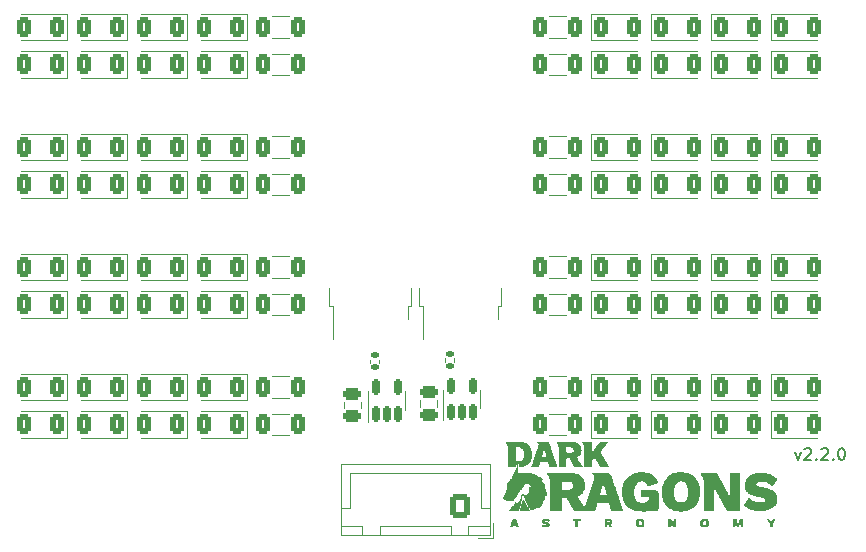
<source format=gbr>
%TF.GenerationSoftware,KiCad,Pcbnew,6.0.2+dfsg-1*%
%TF.CreationDate,2023-01-22T10:21:04-05:00*%
%TF.ProjectId,dragon-light-panel,64726167-6f6e-42d6-9c69-6768742d7061,rev?*%
%TF.SameCoordinates,Original*%
%TF.FileFunction,Legend,Top*%
%TF.FilePolarity,Positive*%
%FSLAX46Y46*%
G04 Gerber Fmt 4.6, Leading zero omitted, Abs format (unit mm)*
G04 Created by KiCad (PCBNEW 6.0.2+dfsg-1) date 2023-01-22 10:21:04*
%MOMM*%
%LPD*%
G01*
G04 APERTURE LIST*
G04 Aperture macros list*
%AMRoundRect*
0 Rectangle with rounded corners*
0 $1 Rounding radius*
0 $2 $3 $4 $5 $6 $7 $8 $9 X,Y pos of 4 corners*
0 Add a 4 corners polygon primitive as box body*
4,1,4,$2,$3,$4,$5,$6,$7,$8,$9,$2,$3,0*
0 Add four circle primitives for the rounded corners*
1,1,$1+$1,$2,$3*
1,1,$1+$1,$4,$5*
1,1,$1+$1,$6,$7*
1,1,$1+$1,$8,$9*
0 Add four rect primitives between the rounded corners*
20,1,$1+$1,$2,$3,$4,$5,0*
20,1,$1+$1,$4,$5,$6,$7,0*
20,1,$1+$1,$6,$7,$8,$9,0*
20,1,$1+$1,$8,$9,$2,$3,0*%
G04 Aperture macros list end*
%ADD10C,0.150000*%
%ADD11C,0.120000*%
%ADD12RoundRect,0.250000X-0.375000X-0.625000X0.375000X-0.625000X0.375000X0.625000X-0.375000X0.625000X0*%
%ADD13RoundRect,0.250000X0.312500X0.625000X-0.312500X0.625000X-0.312500X-0.625000X0.312500X-0.625000X0*%
%ADD14RoundRect,0.250000X0.375000X0.625000X-0.375000X0.625000X-0.375000X-0.625000X0.375000X-0.625000X0*%
%ADD15RoundRect,0.250000X-0.312500X-0.625000X0.312500X-0.625000X0.312500X0.625000X-0.312500X0.625000X0*%
%ADD16RoundRect,0.150000X0.150000X-0.512500X0.150000X0.512500X-0.150000X0.512500X-0.150000X-0.512500X0*%
%ADD17R,1.200000X2.200000*%
%ADD18R,5.800000X6.400000*%
%ADD19RoundRect,0.135000X0.185000X-0.135000X0.185000X0.135000X-0.185000X0.135000X-0.185000X-0.135000X0*%
%ADD20RoundRect,0.250000X0.475000X-0.250000X0.475000X0.250000X-0.475000X0.250000X-0.475000X-0.250000X0*%
%ADD21C,5.600000*%
%ADD22RoundRect,0.250000X0.600000X0.725000X-0.600000X0.725000X-0.600000X-0.725000X0.600000X-0.725000X0*%
%ADD23O,1.700000X1.950000*%
G04 APERTURE END LIST*
D10*
X122317142Y-84875714D02*
X122555238Y-85542380D01*
X122793333Y-84875714D01*
X123126666Y-84637619D02*
X123174285Y-84590000D01*
X123269523Y-84542380D01*
X123507619Y-84542380D01*
X123602857Y-84590000D01*
X123650476Y-84637619D01*
X123698095Y-84732857D01*
X123698095Y-84828095D01*
X123650476Y-84970952D01*
X123079047Y-85542380D01*
X123698095Y-85542380D01*
X124126666Y-85447142D02*
X124174285Y-85494761D01*
X124126666Y-85542380D01*
X124079047Y-85494761D01*
X124126666Y-85447142D01*
X124126666Y-85542380D01*
X124555238Y-84637619D02*
X124602857Y-84590000D01*
X124698095Y-84542380D01*
X124936190Y-84542380D01*
X125031428Y-84590000D01*
X125079047Y-84637619D01*
X125126666Y-84732857D01*
X125126666Y-84828095D01*
X125079047Y-84970952D01*
X124507619Y-85542380D01*
X125126666Y-85542380D01*
X125555238Y-85447142D02*
X125602857Y-85494761D01*
X125555238Y-85542380D01*
X125507619Y-85494761D01*
X125555238Y-85447142D01*
X125555238Y-85542380D01*
X126221904Y-84542380D02*
X126317142Y-84542380D01*
X126412380Y-84590000D01*
X126460000Y-84637619D01*
X126507619Y-84732857D01*
X126555238Y-84923333D01*
X126555238Y-85161428D01*
X126507619Y-85351904D01*
X126460000Y-85447142D01*
X126412380Y-85494761D01*
X126317142Y-85542380D01*
X126221904Y-85542380D01*
X126126666Y-85494761D01*
X126079047Y-85447142D01*
X126031428Y-85351904D01*
X125983809Y-85161428D01*
X125983809Y-84923333D01*
X126031428Y-84732857D01*
X126079047Y-84637619D01*
X126126666Y-84590000D01*
X126221904Y-84542380D01*
D11*
%TO.C,D1*%
X120270000Y-68080000D02*
X120270000Y-70350000D01*
X120270000Y-70350000D02*
X124155000Y-70350000D01*
X124155000Y-68080000D02*
X120270000Y-68080000D01*
%TO.C,R10*%
X102962064Y-58145000D02*
X101507936Y-58145000D01*
X102962064Y-59965000D02*
X101507936Y-59965000D01*
%TO.C,D23*%
X66980000Y-83685000D02*
X70865000Y-83685000D01*
X70865000Y-83685000D02*
X70865000Y-81415000D01*
X70865000Y-81415000D02*
X66980000Y-81415000D01*
%TO.C,R4*%
X78012936Y-70125000D02*
X79467064Y-70125000D01*
X78012936Y-68305000D02*
X79467064Y-68305000D01*
%TO.C,D16*%
X75945000Y-70350000D02*
X75945000Y-68080000D01*
X75945000Y-68080000D02*
X72060000Y-68080000D01*
X72060000Y-70350000D02*
X75945000Y-70350000D01*
%TO.C,R14*%
X102962064Y-80285000D02*
X101507936Y-80285000D01*
X102962064Y-78465000D02*
X101507936Y-78465000D01*
%TO.C,D11*%
X70865000Y-50030000D02*
X70865000Y-47760000D01*
X70865000Y-47760000D02*
X66980000Y-47760000D01*
X66980000Y-50030000D02*
X70865000Y-50030000D01*
%TO.C,D47*%
X110110000Y-53205000D02*
X113995000Y-53205000D01*
X113995000Y-50935000D02*
X110110000Y-50935000D01*
X110110000Y-50935000D02*
X110110000Y-53205000D01*
%TO.C,D57*%
X124155000Y-61095000D02*
X120270000Y-61095000D01*
X120270000Y-63365000D02*
X124155000Y-63365000D01*
X120270000Y-61095000D02*
X120270000Y-63365000D01*
%TO.C,D44*%
X105030000Y-73525000D02*
X108915000Y-73525000D01*
X105030000Y-71255000D02*
X105030000Y-73525000D01*
X108915000Y-71255000D02*
X105030000Y-71255000D01*
%TO.C,U2*%
X86197000Y-80518000D02*
X86197000Y-79718000D01*
X86197000Y-80518000D02*
X86197000Y-82318000D01*
X89317000Y-80518000D02*
X89317000Y-81318000D01*
X89317000Y-80518000D02*
X89317000Y-79718000D01*
%TO.C,D52*%
X108915000Y-47760000D02*
X105030000Y-47760000D01*
X105030000Y-50030000D02*
X108915000Y-50030000D01*
X105030000Y-47760000D02*
X105030000Y-50030000D01*
%TO.C,R15*%
X102962064Y-63140000D02*
X101507936Y-63140000D01*
X102962064Y-61320000D02*
X101507936Y-61320000D01*
%TO.C,D49*%
X120270000Y-50030000D02*
X124155000Y-50030000D01*
X124155000Y-47760000D02*
X120270000Y-47760000D01*
X120270000Y-47760000D02*
X120270000Y-50030000D01*
%TO.C,D15*%
X70865000Y-70350000D02*
X70865000Y-68080000D01*
X70865000Y-68080000D02*
X66980000Y-68080000D01*
X66980000Y-70350000D02*
X70865000Y-70350000D01*
%TO.C,D17*%
X60705000Y-71255000D02*
X56820000Y-71255000D01*
X60705000Y-73525000D02*
X60705000Y-71255000D01*
X56820000Y-73525000D02*
X60705000Y-73525000D01*
%TO.C,Q1*%
X97430000Y-71015000D02*
X97430000Y-72515000D01*
X90530000Y-71015000D02*
X90530000Y-72515000D01*
X90800000Y-72515000D02*
X90800000Y-75345000D01*
X97160000Y-72515000D02*
X97160000Y-73615000D01*
X97430000Y-72515000D02*
X97160000Y-72515000D01*
X90530000Y-72515000D02*
X90800000Y-72515000D01*
%TO.C,D34*%
X61900000Y-53205000D02*
X65785000Y-53205000D01*
X65785000Y-50935000D02*
X61900000Y-50935000D01*
X65785000Y-53205000D02*
X65785000Y-50935000D01*
%TO.C,R18*%
X86361000Y-77369641D02*
X86361000Y-77062359D01*
X87121000Y-77369641D02*
X87121000Y-77062359D01*
%TO.C,R11*%
X102962064Y-71480000D02*
X101507936Y-71480000D01*
X102962064Y-73300000D02*
X101507936Y-73300000D01*
%TO.C,R5*%
X78012936Y-71480000D02*
X79467064Y-71480000D01*
X78012936Y-73300000D02*
X79467064Y-73300000D01*
%TO.C,D19*%
X70865000Y-71255000D02*
X66980000Y-71255000D01*
X70865000Y-73525000D02*
X70865000Y-71255000D01*
X66980000Y-73525000D02*
X70865000Y-73525000D01*
%TO.C,D26*%
X119075000Y-81415000D02*
X115190000Y-81415000D01*
X115190000Y-81415000D02*
X115190000Y-83685000D01*
X115190000Y-83685000D02*
X119075000Y-83685000D01*
%TO.C,D6*%
X65785000Y-63365000D02*
X65785000Y-61095000D01*
X61900000Y-63365000D02*
X65785000Y-63365000D01*
X65785000Y-61095000D02*
X61900000Y-61095000D01*
%TO.C,C2*%
X84101000Y-81160252D02*
X84101000Y-80637748D01*
X85571000Y-81160252D02*
X85571000Y-80637748D01*
%TO.C,D41*%
X124155000Y-71255000D02*
X120270000Y-71255000D01*
X120270000Y-71255000D02*
X120270000Y-73525000D01*
X120270000Y-73525000D02*
X124155000Y-73525000D01*
%TO.C,D22*%
X65785000Y-83685000D02*
X65785000Y-81415000D01*
X61900000Y-83685000D02*
X65785000Y-83685000D01*
X65785000Y-81415000D02*
X61900000Y-81415000D01*
%TO.C,D45*%
X120270000Y-53205000D02*
X124155000Y-53205000D01*
X124155000Y-50935000D02*
X120270000Y-50935000D01*
X120270000Y-50935000D02*
X120270000Y-53205000D01*
%TO.C,D63*%
X66980000Y-80510000D02*
X70865000Y-80510000D01*
X70865000Y-78240000D02*
X66980000Y-78240000D01*
X70865000Y-80510000D02*
X70865000Y-78240000D01*
%TO.C,D3*%
X110110000Y-68080000D02*
X110110000Y-70350000D01*
X110110000Y-70350000D02*
X113995000Y-70350000D01*
X113995000Y-68080000D02*
X110110000Y-68080000D01*
%TO.C,R3*%
X78012936Y-49805000D02*
X79467064Y-49805000D01*
X78012936Y-47985000D02*
X79467064Y-47985000D01*
%TO.C,D21*%
X60705000Y-83685000D02*
X60705000Y-81415000D01*
X56820000Y-83685000D02*
X60705000Y-83685000D01*
X60705000Y-81415000D02*
X56820000Y-81415000D01*
%TO.C,D64*%
X72060000Y-80510000D02*
X75945000Y-80510000D01*
X75945000Y-80510000D02*
X75945000Y-78240000D01*
X75945000Y-78240000D02*
X72060000Y-78240000D01*
%TO.C,D32*%
X75945000Y-57920000D02*
X72060000Y-57920000D01*
X75945000Y-60190000D02*
X75945000Y-57920000D01*
X72060000Y-60190000D02*
X75945000Y-60190000D01*
%TO.C,D56*%
X105030000Y-78240000D02*
X105030000Y-80510000D01*
X105030000Y-80510000D02*
X108915000Y-80510000D01*
X108915000Y-78240000D02*
X105030000Y-78240000D01*
%TO.C,D50*%
X115190000Y-47760000D02*
X115190000Y-50030000D01*
X115190000Y-50030000D02*
X119075000Y-50030000D01*
X119075000Y-47760000D02*
X115190000Y-47760000D01*
%TO.C,D61*%
X60705000Y-80510000D02*
X60705000Y-78240000D01*
X56820000Y-80510000D02*
X60705000Y-80510000D01*
X60705000Y-78240000D02*
X56820000Y-78240000D01*
%TO.C,R16*%
X78012936Y-78465000D02*
X79467064Y-78465000D01*
X78012936Y-80285000D02*
X79467064Y-80285000D01*
%TO.C,D28*%
X105030000Y-81415000D02*
X105030000Y-83685000D01*
X108915000Y-81415000D02*
X105030000Y-81415000D01*
X105030000Y-83685000D02*
X108915000Y-83685000D01*
%TO.C,D35*%
X66980000Y-53205000D02*
X70865000Y-53205000D01*
X70865000Y-53205000D02*
X70865000Y-50935000D01*
X70865000Y-50935000D02*
X66980000Y-50935000D01*
%TO.C,D2*%
X119075000Y-68080000D02*
X115190000Y-68080000D01*
X115190000Y-68080000D02*
X115190000Y-70350000D01*
X115190000Y-70350000D02*
X119075000Y-70350000D01*
%TO.C,R17*%
X92711000Y-77242641D02*
X92711000Y-76935359D01*
X93471000Y-77242641D02*
X93471000Y-76935359D01*
%TO.C,D9*%
X60705000Y-47760000D02*
X56820000Y-47760000D01*
X56820000Y-50030000D02*
X60705000Y-50030000D01*
X60705000Y-50030000D02*
X60705000Y-47760000D01*
%TO.C,Q2*%
X82910000Y-72515000D02*
X83180000Y-72515000D01*
X89810000Y-72515000D02*
X89540000Y-72515000D01*
X89540000Y-72515000D02*
X89540000Y-73615000D01*
X89810000Y-71015000D02*
X89810000Y-72515000D01*
X82910000Y-71015000D02*
X82910000Y-72515000D01*
X83180000Y-72515000D02*
X83180000Y-75345000D01*
%TO.C,D33*%
X60705000Y-50935000D02*
X56820000Y-50935000D01*
X56820000Y-53205000D02*
X60705000Y-53205000D01*
X60705000Y-53205000D02*
X60705000Y-50935000D01*
%TO.C,D14*%
X65785000Y-70350000D02*
X65785000Y-68080000D01*
X61900000Y-70350000D02*
X65785000Y-70350000D01*
X65785000Y-68080000D02*
X61900000Y-68080000D01*
%TO.C,R8*%
X78012936Y-58145000D02*
X79467064Y-58145000D01*
X78012936Y-59965000D02*
X79467064Y-59965000D01*
%TO.C,D46*%
X119075000Y-50935000D02*
X115190000Y-50935000D01*
X115190000Y-50935000D02*
X115190000Y-53205000D01*
X115190000Y-53205000D02*
X119075000Y-53205000D01*
%TO.C,R7*%
X102962064Y-83460000D02*
X101507936Y-83460000D01*
X102962064Y-81640000D02*
X101507936Y-81640000D01*
%TO.C,D7*%
X70865000Y-63365000D02*
X70865000Y-61095000D01*
X70865000Y-61095000D02*
X66980000Y-61095000D01*
X66980000Y-63365000D02*
X70865000Y-63365000D01*
%TO.C,D29*%
X60705000Y-60190000D02*
X60705000Y-57920000D01*
X56820000Y-60190000D02*
X60705000Y-60190000D01*
X60705000Y-57920000D02*
X56820000Y-57920000D01*
%TO.C,D36*%
X72060000Y-53205000D02*
X75945000Y-53205000D01*
X75945000Y-53205000D02*
X75945000Y-50935000D01*
X75945000Y-50935000D02*
X72060000Y-50935000D01*
%TO.C,D42*%
X115190000Y-71255000D02*
X115190000Y-73525000D01*
X115190000Y-73525000D02*
X119075000Y-73525000D01*
X119075000Y-71255000D02*
X115190000Y-71255000D01*
%TO.C,D43*%
X110110000Y-73525000D02*
X113995000Y-73525000D01*
X113995000Y-71255000D02*
X110110000Y-71255000D01*
X110110000Y-71255000D02*
X110110000Y-73525000D01*
%TO.C,D24*%
X75945000Y-81415000D02*
X72060000Y-81415000D01*
X75945000Y-83685000D02*
X75945000Y-81415000D01*
X72060000Y-83685000D02*
X75945000Y-83685000D01*
%TO.C,D55*%
X113995000Y-78240000D02*
X110110000Y-78240000D01*
X110110000Y-80510000D02*
X113995000Y-80510000D01*
X110110000Y-78240000D02*
X110110000Y-80510000D01*
%TO.C,U1*%
X95667000Y-80391000D02*
X95667000Y-79591000D01*
X92547000Y-80391000D02*
X92547000Y-82191000D01*
X95667000Y-80391000D02*
X95667000Y-81191000D01*
X92547000Y-80391000D02*
X92547000Y-79591000D01*
%TO.C,D37*%
X120270000Y-57920000D02*
X120270000Y-60190000D01*
X120270000Y-60190000D02*
X124155000Y-60190000D01*
X124155000Y-57920000D02*
X120270000Y-57920000D01*
%TO.C,D58*%
X115190000Y-61095000D02*
X115190000Y-63365000D01*
X115190000Y-63365000D02*
X119075000Y-63365000D01*
X119075000Y-61095000D02*
X115190000Y-61095000D01*
%TO.C,D12*%
X72060000Y-50030000D02*
X75945000Y-50030000D01*
X75945000Y-50030000D02*
X75945000Y-47760000D01*
X75945000Y-47760000D02*
X72060000Y-47760000D01*
%TO.C,D30*%
X61900000Y-60190000D02*
X65785000Y-60190000D01*
X65785000Y-60190000D02*
X65785000Y-57920000D01*
X65785000Y-57920000D02*
X61900000Y-57920000D01*
%TO.C,G\u002A\u002A\u002A*%
G36*
X106414492Y-83997410D02*
G01*
X106438724Y-83999240D01*
X106454289Y-84002806D01*
X106464372Y-84008279D01*
X106468642Y-84012072D01*
X106482854Y-84031214D01*
X106486615Y-84043150D01*
X106480027Y-84053839D01*
X106461333Y-84079550D01*
X106431844Y-84118588D01*
X106392871Y-84169260D01*
X106345725Y-84229871D01*
X106291716Y-84298727D01*
X106232156Y-84374133D01*
X106170010Y-84452321D01*
X106090188Y-84552806D01*
X106023385Y-84637719D01*
X105968922Y-84707973D01*
X105926117Y-84764481D01*
X105894290Y-84808156D01*
X105872762Y-84839910D01*
X105860851Y-84860657D01*
X105857852Y-84871178D01*
X105863787Y-84884201D01*
X105879541Y-84914118D01*
X105904187Y-84959279D01*
X105936799Y-85018033D01*
X105976448Y-85088727D01*
X106022210Y-85169710D01*
X106073156Y-85259331D01*
X106128360Y-85355938D01*
X106186896Y-85457880D01*
X106195852Y-85473436D01*
X106255016Y-85576246D01*
X106311225Y-85674091D01*
X106363523Y-85765301D01*
X106410959Y-85848203D01*
X106452578Y-85921127D01*
X106487425Y-85982400D01*
X106514549Y-86030352D01*
X106532995Y-86063310D01*
X106541808Y-86079604D01*
X106542211Y-86080443D01*
X106549101Y-86104924D01*
X106541468Y-86123256D01*
X106540938Y-86123902D01*
X106534670Y-86128496D01*
X106522861Y-86132163D01*
X106503338Y-86135004D01*
X106473925Y-86137118D01*
X106432446Y-86138603D01*
X106376726Y-86139560D01*
X106304590Y-86140088D01*
X106213862Y-86140286D01*
X106181994Y-86140296D01*
X106086227Y-86140215D01*
X106009630Y-86139895D01*
X105949938Y-86139218D01*
X105904885Y-86138067D01*
X105872207Y-86136323D01*
X105849639Y-86133871D01*
X105834917Y-86130592D01*
X105825775Y-86126368D01*
X105820341Y-86121540D01*
X105811922Y-86108294D01*
X105794601Y-86078189D01*
X105769517Y-86033300D01*
X105737811Y-85975704D01*
X105700621Y-85907478D01*
X105659089Y-85830698D01*
X105614353Y-85747441D01*
X105590937Y-85703650D01*
X105545393Y-85618880D01*
X105502679Y-85540414D01*
X105463891Y-85470186D01*
X105430122Y-85410130D01*
X105402466Y-85362179D01*
X105382016Y-85328269D01*
X105369868Y-85310332D01*
X105367131Y-85307973D01*
X105357077Y-85317238D01*
X105336541Y-85340445D01*
X105308103Y-85374538D01*
X105274342Y-85416462D01*
X105257278Y-85438118D01*
X105158143Y-85564804D01*
X105158143Y-85839689D01*
X105157818Y-85932224D01*
X105156797Y-86004894D01*
X105155010Y-86059259D01*
X105152388Y-86096879D01*
X105148860Y-86119314D01*
X105145283Y-86127435D01*
X105134676Y-86131471D01*
X105110784Y-86134667D01*
X105072074Y-86137085D01*
X105017014Y-86138785D01*
X104944070Y-86139826D01*
X104851710Y-86140270D01*
X104818609Y-86140296D01*
X104504796Y-86140296D01*
X104499350Y-86116182D01*
X104498421Y-86101772D01*
X104497447Y-86067658D01*
X104496445Y-86015569D01*
X104495436Y-85947235D01*
X104494438Y-85864387D01*
X104493471Y-85768754D01*
X104492552Y-85662066D01*
X104491702Y-85546053D01*
X104490940Y-85422446D01*
X104490287Y-85293629D01*
X104489588Y-85143339D01*
X104488914Y-85012859D01*
X104488218Y-84900567D01*
X104487452Y-84804837D01*
X104486568Y-84724046D01*
X104485518Y-84656570D01*
X104484255Y-84600786D01*
X104482730Y-84555069D01*
X104480896Y-84517795D01*
X104478705Y-84487341D01*
X104476110Y-84462083D01*
X104473061Y-84440397D01*
X104469513Y-84420658D01*
X104465416Y-84401244D01*
X104463798Y-84394024D01*
X104431108Y-84274844D01*
X104391410Y-84175669D01*
X104344571Y-84096199D01*
X104314372Y-84059331D01*
X104298660Y-84037741D01*
X104294098Y-84021158D01*
X104294862Y-84019141D01*
X104305922Y-84015827D01*
X104335038Y-84013095D01*
X104382809Y-84010927D01*
X104449832Y-84009309D01*
X104536706Y-84008223D01*
X104644029Y-84007654D01*
X104723579Y-84007553D01*
X104830666Y-84007628D01*
X104918273Y-84007904D01*
X104988352Y-84008459D01*
X105042856Y-84009371D01*
X105083738Y-84010716D01*
X105112953Y-84012571D01*
X105132453Y-84015015D01*
X105144191Y-84018125D01*
X105150120Y-84021977D01*
X105151638Y-84024506D01*
X105153108Y-84038760D01*
X105154462Y-84071972D01*
X105155662Y-84121665D01*
X105156668Y-84185363D01*
X105157442Y-84260590D01*
X105157946Y-84344867D01*
X105158142Y-84435720D01*
X105158143Y-84443373D01*
X105158406Y-84549144D01*
X105159173Y-84640662D01*
X105160411Y-84716643D01*
X105162087Y-84775806D01*
X105164170Y-84816867D01*
X105166626Y-84838544D01*
X105168256Y-84841716D01*
X105176518Y-84832674D01*
X105196312Y-84808125D01*
X105226354Y-84769742D01*
X105265360Y-84719197D01*
X105312045Y-84658165D01*
X105365124Y-84588317D01*
X105423313Y-84511327D01*
X105485328Y-84428868D01*
X105489843Y-84422848D01*
X105801318Y-84007553D01*
X105933498Y-84007553D01*
X105991112Y-84007121D01*
X106062820Y-84005931D01*
X106141302Y-84004140D01*
X106219236Y-84001905D01*
X106257936Y-84000589D01*
X106327283Y-83998258D01*
X106378407Y-83997140D01*
X106414492Y-83997410D01*
G37*
G36*
X98314168Y-90888059D02*
G01*
X98435562Y-90529030D01*
X98575150Y-90526047D01*
X98714738Y-90523065D01*
X98727355Y-90558199D01*
X98735227Y-90580728D01*
X98748297Y-90618834D01*
X98765611Y-90669683D01*
X98786215Y-90730438D01*
X98809153Y-90798263D01*
X98833472Y-90870321D01*
X98858215Y-90943777D01*
X98882428Y-91015795D01*
X98905157Y-91083537D01*
X98925447Y-91144169D01*
X98942343Y-91194853D01*
X98954889Y-91232754D01*
X98962132Y-91255035D01*
X98963544Y-91259799D01*
X98953548Y-91261169D01*
X98926418Y-91261797D01*
X98886445Y-91261647D01*
X98843848Y-91260837D01*
X98791432Y-91259721D01*
X98756126Y-91257583D01*
X98733691Y-91251498D01*
X98719886Y-91238540D01*
X98710474Y-91215784D01*
X98701213Y-91180305D01*
X98695776Y-91158671D01*
X98684068Y-91113123D01*
X98462140Y-91113123D01*
X98425370Y-91263165D01*
X98308634Y-91263165D01*
X98261569Y-91262477D01*
X98223667Y-91260614D01*
X98199254Y-91257875D01*
X98192336Y-91255127D01*
X98195756Y-91243447D01*
X98205287Y-91213823D01*
X98220147Y-91168609D01*
X98239556Y-91110157D01*
X98262732Y-91040820D01*
X98288852Y-90963080D01*
X98506619Y-90963080D01*
X98574322Y-90963080D01*
X98609240Y-90962324D01*
X98633687Y-90960349D01*
X98642025Y-90957835D01*
X98639300Y-90945606D01*
X98632086Y-90918241D01*
X98621820Y-90880829D01*
X98609944Y-90838459D01*
X98597896Y-90796221D01*
X98587116Y-90759202D01*
X98579044Y-90732493D01*
X98575118Y-90721182D01*
X98575070Y-90721125D01*
X98571426Y-90729740D01*
X98563505Y-90755163D01*
X98552474Y-90793470D01*
X98539500Y-90840738D01*
X98539491Y-90840773D01*
X98506619Y-90963080D01*
X98288852Y-90963080D01*
X98288895Y-90962951D01*
X98314168Y-90888059D01*
G37*
G36*
X99310365Y-88852183D02*
G01*
X99327844Y-88876616D01*
X99353761Y-88915417D01*
X99386872Y-88966551D01*
X99425935Y-89027985D01*
X99469707Y-89097685D01*
X99516945Y-89173616D01*
X99566406Y-89253744D01*
X99616848Y-89336034D01*
X99667028Y-89418453D01*
X99715703Y-89498967D01*
X99761630Y-89575541D01*
X99803567Y-89646141D01*
X99840271Y-89708733D01*
X99870498Y-89761283D01*
X99893007Y-89801756D01*
X99906554Y-89828119D01*
X99909938Y-89838303D01*
X99895708Y-89844071D01*
X99866468Y-89851517D01*
X99828397Y-89859078D01*
X99826287Y-89859446D01*
X99798401Y-89862663D01*
X99754402Y-89865747D01*
X99697160Y-89868645D01*
X99629546Y-89871310D01*
X99554430Y-89873689D01*
X99474684Y-89875732D01*
X99393177Y-89877389D01*
X99312782Y-89878610D01*
X99236369Y-89879343D01*
X99166808Y-89879539D01*
X99106970Y-89879146D01*
X99059727Y-89878115D01*
X99027948Y-89876395D01*
X99014505Y-89873936D01*
X99014318Y-89873722D01*
X99015723Y-89861391D01*
X99022449Y-89830963D01*
X99033821Y-89784854D01*
X99049162Y-89725477D01*
X99067796Y-89655244D01*
X99089049Y-89576570D01*
X99112244Y-89491868D01*
X99136705Y-89403552D01*
X99161757Y-89314034D01*
X99186725Y-89225729D01*
X99210932Y-89141050D01*
X99233703Y-89062410D01*
X99254362Y-88992223D01*
X99272233Y-88932903D01*
X99286642Y-88886862D01*
X99296911Y-88856515D01*
X99302365Y-88844274D01*
X99302566Y-88844152D01*
X99310365Y-88852183D01*
G37*
G36*
X114300580Y-90824783D02*
G01*
X114320796Y-90735981D01*
X114357351Y-90660944D01*
X114410135Y-90599833D01*
X114479037Y-90552812D01*
X114492846Y-90545995D01*
X114522081Y-90533405D01*
X114549261Y-90525295D01*
X114580478Y-90520713D01*
X114621822Y-90518706D01*
X114669747Y-90518313D01*
X114723720Y-90518796D01*
X114762335Y-90520923D01*
X114791657Y-90525709D01*
X114817752Y-90534167D01*
X114846686Y-90547312D01*
X114848528Y-90548215D01*
X114916516Y-90591962D01*
X114969078Y-90649368D01*
X115007083Y-90721632D01*
X115028867Y-90796962D01*
X115036648Y-90866985D01*
X115034629Y-90945071D01*
X115023479Y-91020579D01*
X115012211Y-91061621D01*
X114983894Y-91117813D01*
X114940393Y-91172079D01*
X114887476Y-91217982D01*
X114853263Y-91239009D01*
X114824600Y-91252419D01*
X114796788Y-91261172D01*
X114763580Y-91266442D01*
X114718726Y-91269405D01*
X114685823Y-91270505D01*
X114607727Y-91270145D01*
X114550073Y-91264212D01*
X114526921Y-91258546D01*
X114457507Y-91225646D01*
X114395932Y-91176503D01*
X114347005Y-91115655D01*
X114321251Y-91064411D01*
X114307582Y-91013101D01*
X114299209Y-90949424D01*
X114297954Y-90913176D01*
X114537425Y-90913176D01*
X114538046Y-90924420D01*
X114547097Y-90991390D01*
X114565054Y-91040324D01*
X114592873Y-91073091D01*
X114622048Y-91088634D01*
X114672515Y-91096663D01*
X114720745Y-91083678D01*
X114737625Y-91074053D01*
X114767020Y-91042296D01*
X114786040Y-90991784D01*
X114794683Y-90922519D01*
X114795251Y-90898296D01*
X114791135Y-90823044D01*
X114777577Y-90766235D01*
X114753878Y-90726742D01*
X114719338Y-90703436D01*
X114673255Y-90695191D01*
X114669124Y-90695148D01*
X114619425Y-90704241D01*
X114581086Y-90731148D01*
X114554428Y-90775311D01*
X114539768Y-90836173D01*
X114537425Y-90913176D01*
X114297954Y-90913176D01*
X114296873Y-90881958D01*
X114300580Y-90824783D01*
G37*
G36*
X102311597Y-84608521D02*
G01*
X102309361Y-84549860D01*
X102306818Y-84511784D01*
X102306178Y-84505907D01*
X102285519Y-84379087D01*
X102256563Y-84270379D01*
X102218657Y-84177870D01*
X102171148Y-84099646D01*
X102164304Y-84090519D01*
X102151465Y-84074546D01*
X102140083Y-84060718D01*
X102131482Y-84048887D01*
X102126987Y-84038908D01*
X102127921Y-84030633D01*
X102135609Y-84023915D01*
X102151377Y-84018607D01*
X102176547Y-84014561D01*
X102212445Y-84011631D01*
X102260395Y-84009670D01*
X102321721Y-84008530D01*
X102397749Y-84008065D01*
X102489802Y-84008127D01*
X102599204Y-84008569D01*
X102727281Y-84009244D01*
X102875357Y-84010006D01*
X102888755Y-84010069D01*
X103035201Y-84010768D01*
X103161848Y-84011432D01*
X103270330Y-84012114D01*
X103362284Y-84012866D01*
X103439344Y-84013740D01*
X103503145Y-84014789D01*
X103555323Y-84016066D01*
X103597513Y-84017622D01*
X103631350Y-84019511D01*
X103658468Y-84021785D01*
X103680504Y-84024497D01*
X103699093Y-84027698D01*
X103715869Y-84031441D01*
X103732467Y-84035780D01*
X103738101Y-84037328D01*
X103860142Y-84079723D01*
X103966018Y-84134838D01*
X104055174Y-84202262D01*
X104127056Y-84281584D01*
X104176298Y-84362353D01*
X104211341Y-84447475D01*
X104233874Y-84537180D01*
X104245056Y-84637099D01*
X104246801Y-84704177D01*
X104239272Y-84832268D01*
X104216412Y-84945832D01*
X104177812Y-85045732D01*
X104123060Y-85132832D01*
X104051749Y-85207994D01*
X103982691Y-85259983D01*
X103943534Y-85285658D01*
X103909542Y-85308192D01*
X103885931Y-85324118D01*
X103880010Y-85328257D01*
X103876159Y-85332842D01*
X103875403Y-85340357D01*
X103878686Y-85352446D01*
X103886949Y-85370753D01*
X103901134Y-85396925D01*
X103922184Y-85432605D01*
X103951040Y-85479438D01*
X103988646Y-85539069D01*
X104035942Y-85613143D01*
X104093872Y-85703305D01*
X104102663Y-85716962D01*
X104163285Y-85811745D01*
X104216265Y-85895857D01*
X104260876Y-85968087D01*
X104296391Y-86027227D01*
X104322080Y-86072065D01*
X104337217Y-86101392D01*
X104341218Y-86113502D01*
X104339726Y-86119455D01*
X104335589Y-86124216D01*
X104326590Y-86127942D01*
X104310513Y-86130790D01*
X104285141Y-86132917D01*
X104248258Y-86134481D01*
X104197647Y-86135639D01*
X104131093Y-86136547D01*
X104046379Y-86137363D01*
X103998910Y-86137766D01*
X103902013Y-86138433D01*
X103824403Y-86138598D01*
X103763938Y-86138184D01*
X103718475Y-86137116D01*
X103685872Y-86135320D01*
X103663985Y-86132719D01*
X103650671Y-86129239D01*
X103644261Y-86125305D01*
X103635666Y-86112678D01*
X103617963Y-86083506D01*
X103592426Y-86039995D01*
X103560329Y-85984352D01*
X103522944Y-85918785D01*
X103481546Y-85845500D01*
X103438580Y-85768805D01*
X103394462Y-85690194D01*
X103353032Y-85617241D01*
X103315573Y-85552140D01*
X103283368Y-85497084D01*
X103257700Y-85454267D01*
X103239852Y-85425883D01*
X103231202Y-85414199D01*
X103212363Y-85407771D01*
X103178541Y-85403348D01*
X103135529Y-85400942D01*
X103089119Y-85400566D01*
X103045103Y-85402234D01*
X103009273Y-85405956D01*
X102987423Y-85411746D01*
X102984675Y-85413663D01*
X102980797Y-85423919D01*
X102977692Y-85447124D01*
X102975306Y-85484786D01*
X102973583Y-85538412D01*
X102972468Y-85609508D01*
X102971908Y-85699581D01*
X102971814Y-85766457D01*
X102971615Y-85850329D01*
X102971051Y-85927746D01*
X102970171Y-85995988D01*
X102969025Y-86052335D01*
X102967662Y-86094066D01*
X102966133Y-86118463D01*
X102965309Y-86123343D01*
X102961358Y-86128268D01*
X102952205Y-86132151D01*
X102935584Y-86135113D01*
X102909228Y-86137272D01*
X102870871Y-86138750D01*
X102818246Y-86139667D01*
X102749088Y-86140141D01*
X102661130Y-86140293D01*
X102644937Y-86140296D01*
X102553715Y-86140184D01*
X102481662Y-86139770D01*
X102426509Y-86138934D01*
X102385992Y-86137555D01*
X102357843Y-86135514D01*
X102339797Y-86132691D01*
X102329586Y-86128965D01*
X102324946Y-86124218D01*
X102324564Y-86123343D01*
X102323481Y-86110039D01*
X102322454Y-86077065D01*
X102321497Y-86026185D01*
X102320626Y-85959166D01*
X102319855Y-85877771D01*
X102319200Y-85783765D01*
X102318676Y-85678914D01*
X102318297Y-85564981D01*
X102318078Y-85443731D01*
X102318029Y-85354377D01*
X102317836Y-85186606D01*
X102317279Y-85035305D01*
X102316367Y-84901160D01*
X102315110Y-84784858D01*
X102313939Y-84712956D01*
X102971814Y-84712956D01*
X102972295Y-84794821D01*
X102973796Y-84856783D01*
X102976402Y-84900348D01*
X102980201Y-84927028D01*
X102984675Y-84937815D01*
X103000304Y-84942831D01*
X103033196Y-84946634D01*
X103079212Y-84949216D01*
X103134215Y-84950565D01*
X103194066Y-84950671D01*
X103254627Y-84949524D01*
X103311760Y-84947113D01*
X103361327Y-84943428D01*
X103397013Y-84938847D01*
X103466305Y-84919658D01*
X103518207Y-84888585D01*
X103553917Y-84844418D01*
X103574634Y-84785949D01*
X103579376Y-84754722D01*
X103578945Y-84678937D01*
X103561080Y-84614946D01*
X103526150Y-84563409D01*
X103474524Y-84524985D01*
X103443375Y-84511193D01*
X103420460Y-84506516D01*
X103380621Y-84502095D01*
X103328368Y-84498103D01*
X103268212Y-84494711D01*
X103204663Y-84492093D01*
X103142232Y-84490419D01*
X103085429Y-84489864D01*
X103038765Y-84490598D01*
X103006750Y-84492795D01*
X102998730Y-84494202D01*
X102971814Y-84500957D01*
X102971814Y-84712956D01*
X102313939Y-84712956D01*
X102313517Y-84687083D01*
X102311597Y-84608521D01*
G37*
G36*
X117330179Y-86644050D02*
G01*
X117413384Y-86644248D01*
X117479459Y-86644712D01*
X117530556Y-86645555D01*
X117568827Y-86646887D01*
X117596423Y-86648819D01*
X117615498Y-86651462D01*
X117628203Y-86654926D01*
X117636689Y-86659322D01*
X117643110Y-86664762D01*
X117643797Y-86665443D01*
X117646717Y-86668632D01*
X117649359Y-86672762D01*
X117651736Y-86678868D01*
X117653864Y-86687986D01*
X117655755Y-86701149D01*
X117657424Y-86719393D01*
X117658885Y-86743753D01*
X117660151Y-86775263D01*
X117661236Y-86814959D01*
X117662155Y-86863876D01*
X117662921Y-86923048D01*
X117663548Y-86993510D01*
X117664050Y-87076298D01*
X117664440Y-87172446D01*
X117664734Y-87282988D01*
X117664944Y-87408961D01*
X117665085Y-87551399D01*
X117665170Y-87711336D01*
X117665214Y-87889808D01*
X117665230Y-88087849D01*
X117665232Y-88261543D01*
X117665232Y-89836208D01*
X117636993Y-89858421D01*
X117629930Y-89863562D01*
X117621705Y-89867842D01*
X117610418Y-89871339D01*
X117594166Y-89874133D01*
X117571049Y-89876303D01*
X117539165Y-89877927D01*
X117496612Y-89879084D01*
X117441488Y-89879854D01*
X117371893Y-89880315D01*
X117285924Y-89880545D01*
X117181681Y-89880625D01*
X117101726Y-89880633D01*
X116594697Y-89880633D01*
X116567928Y-89856519D01*
X116559145Y-89843841D01*
X116541133Y-89813863D01*
X116514767Y-89768191D01*
X116480921Y-89708429D01*
X116440468Y-89636182D01*
X116394281Y-89553056D01*
X116343236Y-89460655D01*
X116288206Y-89360585D01*
X116230064Y-89254451D01*
X116169685Y-89143857D01*
X116107943Y-89030408D01*
X116045710Y-88915710D01*
X115983862Y-88801368D01*
X115923272Y-88688987D01*
X115864814Y-88580171D01*
X115809361Y-88476527D01*
X115757788Y-88379658D01*
X115710968Y-88291170D01*
X115669776Y-88212668D01*
X115635085Y-88145756D01*
X115613907Y-88104241D01*
X115584272Y-88046950D01*
X115557046Y-87996882D01*
X115533938Y-87956980D01*
X115516659Y-87930187D01*
X115506918Y-87919446D01*
X115506467Y-87919367D01*
X115503987Y-87922624D01*
X115501814Y-87933174D01*
X115499932Y-87952189D01*
X115498325Y-87980839D01*
X115496977Y-88020294D01*
X115495874Y-88071727D01*
X115494999Y-88136306D01*
X115494337Y-88215204D01*
X115493873Y-88309591D01*
X115493590Y-88420638D01*
X115493474Y-88549514D01*
X115493508Y-88697392D01*
X115493677Y-88865442D01*
X115493695Y-88879477D01*
X115494979Y-89839587D01*
X115469677Y-89860110D01*
X115461978Y-89865520D01*
X115452123Y-89869888D01*
X115437905Y-89873325D01*
X115417118Y-89875942D01*
X115387553Y-89877850D01*
X115347003Y-89879159D01*
X115293261Y-89879981D01*
X115224121Y-89880426D01*
X115137374Y-89880606D01*
X115061186Y-89880633D01*
X114960297Y-89880589D01*
X114878618Y-89880379D01*
X114813927Y-89879885D01*
X114763998Y-89878988D01*
X114726609Y-89877570D01*
X114699535Y-89875514D01*
X114680552Y-89872702D01*
X114667437Y-89869015D01*
X114657966Y-89864335D01*
X114650268Y-89858822D01*
X114622539Y-89837011D01*
X114618331Y-88629012D01*
X114617643Y-88439330D01*
X114616960Y-88269837D01*
X114616262Y-88119285D01*
X114615526Y-87986429D01*
X114614733Y-87870023D01*
X114613861Y-87768819D01*
X114612890Y-87681572D01*
X114611798Y-87607036D01*
X114610565Y-87543964D01*
X114609169Y-87491109D01*
X114607591Y-87447226D01*
X114605807Y-87411069D01*
X114603799Y-87381390D01*
X114601545Y-87356944D01*
X114599023Y-87336484D01*
X114596337Y-87319464D01*
X114561622Y-87157734D01*
X114517482Y-87015204D01*
X114463893Y-86891812D01*
X114400829Y-86787495D01*
X114373996Y-86752376D01*
X114356376Y-86731366D01*
X114341388Y-86713411D01*
X114330404Y-86698272D01*
X114324795Y-86685711D01*
X114325933Y-86675489D01*
X114335190Y-86667366D01*
X114353938Y-86661105D01*
X114383549Y-86656466D01*
X114425393Y-86653211D01*
X114480844Y-86651100D01*
X114551273Y-86649895D01*
X114638051Y-86649357D01*
X114742551Y-86649248D01*
X114866144Y-86649327D01*
X114965645Y-86649367D01*
X115591434Y-86649367D01*
X115652942Y-86678194D01*
X115695401Y-86702588D01*
X115737525Y-86733852D01*
X115758448Y-86753215D01*
X115770266Y-86768696D01*
X115788876Y-86797573D01*
X115814508Y-86840272D01*
X115847395Y-86897220D01*
X115887770Y-86968841D01*
X115935864Y-87055562D01*
X115991910Y-87157808D01*
X116056139Y-87276005D01*
X116128783Y-87410579D01*
X116210076Y-87561955D01*
X116300247Y-87730560D01*
X116399531Y-87916818D01*
X116508158Y-88121157D01*
X116626361Y-88344001D01*
X116655431Y-88398869D01*
X116688733Y-88460839D01*
X116719246Y-88515917D01*
X116745414Y-88561434D01*
X116765683Y-88594719D01*
X116778498Y-88613103D01*
X116781797Y-88615894D01*
X116783938Y-88608143D01*
X116785751Y-88584464D01*
X116787238Y-88544278D01*
X116788403Y-88487006D01*
X116789251Y-88412070D01*
X116789785Y-88318891D01*
X116790010Y-88206890D01*
X116789929Y-88075489D01*
X116789547Y-87924107D01*
X116788867Y-87752167D01*
X116788407Y-87656324D01*
X116783559Y-86696657D01*
X116833019Y-86644009D01*
X117227691Y-86644009D01*
X117330179Y-86644050D01*
G37*
G36*
X104204304Y-90695148D02*
G01*
X103968523Y-90695148D01*
X103968523Y-91263165D01*
X103732742Y-91263165D01*
X103732742Y-90695148D01*
X103496962Y-90695148D01*
X103496962Y-90523671D01*
X104204304Y-90523671D01*
X104204304Y-90695148D01*
G37*
G36*
X101269389Y-90515327D02*
G01*
X101322613Y-90518780D01*
X101361910Y-90524234D01*
X101394786Y-90533384D01*
X101428745Y-90547927D01*
X101441560Y-90554246D01*
X101480807Y-90575404D01*
X101516499Y-90597058D01*
X101538788Y-90612891D01*
X101568673Y-90637666D01*
X101513391Y-90709276D01*
X101487666Y-90741856D01*
X101466973Y-90766680D01*
X101454651Y-90779794D01*
X101452901Y-90780886D01*
X101442218Y-90774620D01*
X101421825Y-90758956D01*
X101413994Y-90752469D01*
X101361808Y-90717627D01*
X101304267Y-90698826D01*
X101243816Y-90693710D01*
X101202780Y-90695328D01*
X101176324Y-90701744D01*
X101157832Y-90714579D01*
X101157594Y-90714816D01*
X101143818Y-90735926D01*
X101142474Y-90752639D01*
X101146965Y-90760079D01*
X101156270Y-90766752D01*
X101173534Y-90773679D01*
X101201903Y-90781881D01*
X101244520Y-90792380D01*
X101304532Y-90806197D01*
X101314094Y-90808362D01*
X101383246Y-90828948D01*
X101444422Y-90856664D01*
X101493278Y-90889089D01*
X101525469Y-90923806D01*
X101527549Y-90927215D01*
X101540848Y-90958966D01*
X101551108Y-90998903D01*
X101553472Y-91014157D01*
X101551819Y-91082200D01*
X101530558Y-91142542D01*
X101490606Y-91193673D01*
X101432877Y-91234081D01*
X101415204Y-91242584D01*
X101386115Y-91253962D01*
X101355984Y-91261654D01*
X101319200Y-91266507D01*
X101270153Y-91269370D01*
X101230253Y-91270537D01*
X101158258Y-91270574D01*
X101099267Y-91267290D01*
X101057125Y-91260918D01*
X101052660Y-91259757D01*
X101011875Y-91245059D01*
X100968057Y-91224224D01*
X100928263Y-91201085D01*
X100899550Y-91179475D01*
X100893852Y-91173506D01*
X100889287Y-91162482D01*
X100892833Y-91146263D01*
X100906091Y-91120905D01*
X100930664Y-91082462D01*
X100931110Y-91081791D01*
X100954526Y-91047407D01*
X100973455Y-91021157D01*
X100984867Y-91007181D01*
X100986592Y-91005950D01*
X100996958Y-91012381D01*
X101017246Y-91028614D01*
X101027738Y-91037641D01*
X101068105Y-91063918D01*
X101120379Y-91085617D01*
X101175068Y-91099348D01*
X101209164Y-91102405D01*
X101250651Y-91098184D01*
X101284674Y-91087012D01*
X101306020Y-91071127D01*
X101310633Y-91058865D01*
X101307267Y-91044404D01*
X101295112Y-91032255D01*
X101271079Y-91020969D01*
X101232078Y-91009097D01*
X101175022Y-90995189D01*
X101174915Y-90995164D01*
X101113069Y-90980259D01*
X101067335Y-90967163D01*
X101032708Y-90954012D01*
X101004183Y-90938940D01*
X100980163Y-90922616D01*
X100939300Y-90884947D01*
X100914908Y-90841836D01*
X100904354Y-90787720D01*
X100903415Y-90760393D01*
X100912610Y-90690226D01*
X100939718Y-90630996D01*
X100983897Y-90583269D01*
X101044304Y-90547609D01*
X101120095Y-90524580D01*
X101210426Y-90514749D01*
X101269389Y-90515327D01*
G37*
G36*
X108849976Y-90807196D02*
G01*
X108866226Y-90735637D01*
X108895152Y-90674322D01*
X108937949Y-90619142D01*
X108982561Y-90577469D01*
X109028856Y-90548348D01*
X109081755Y-90529986D01*
X109146179Y-90520590D01*
X109214641Y-90518313D01*
X109268615Y-90518796D01*
X109307229Y-90520923D01*
X109336551Y-90525709D01*
X109362646Y-90534167D01*
X109391581Y-90547312D01*
X109393423Y-90548215D01*
X109457548Y-90589091D01*
X109508802Y-90643625D01*
X109550331Y-90715176D01*
X109550757Y-90716094D01*
X109563663Y-90746809D01*
X109571857Y-90775743D01*
X109576388Y-90809366D01*
X109578305Y-90854151D01*
X109578634Y-90888059D01*
X109575809Y-90968428D01*
X109565717Y-91033092D01*
X109546877Y-91086984D01*
X109517808Y-91135039D01*
X109496714Y-91161006D01*
X109461883Y-91194450D01*
X109420771Y-91225500D01*
X109398157Y-91239009D01*
X109369494Y-91252419D01*
X109341683Y-91261172D01*
X109308475Y-91266442D01*
X109263621Y-91269405D01*
X109230717Y-91270505D01*
X109152622Y-91270145D01*
X109094967Y-91264212D01*
X109071815Y-91258546D01*
X108996187Y-91223954D01*
X108935684Y-91174257D01*
X108890440Y-91109668D01*
X108860585Y-91030399D01*
X108846253Y-90936665D01*
X108845514Y-90913176D01*
X109082319Y-90913176D01*
X109082941Y-90924420D01*
X109091992Y-90991390D01*
X109109949Y-91040324D01*
X109137768Y-91073091D01*
X109166943Y-91088634D01*
X109217409Y-91096663D01*
X109265640Y-91083678D01*
X109282519Y-91074053D01*
X109311751Y-91042558D01*
X109331108Y-90992728D01*
X109340315Y-90925397D01*
X109341083Y-90898777D01*
X109336803Y-90823144D01*
X109322564Y-90765871D01*
X109297798Y-90726051D01*
X109261941Y-90702779D01*
X109214427Y-90695148D01*
X109214018Y-90695148D01*
X109164319Y-90704241D01*
X109125981Y-90731148D01*
X109099322Y-90775311D01*
X109084662Y-90836173D01*
X109082319Y-90913176D01*
X108845514Y-90913176D01*
X108844894Y-90893445D01*
X108849976Y-90807196D01*
G37*
G36*
X104916182Y-88374925D02*
G01*
X104961343Y-88239644D01*
X105005974Y-88105708D01*
X105049557Y-87974667D01*
X105091572Y-87848071D01*
X105131502Y-87727469D01*
X105168830Y-87614411D01*
X105203038Y-87510448D01*
X105233606Y-87417129D01*
X105260018Y-87336004D01*
X105281756Y-87268623D01*
X105298301Y-87216536D01*
X105309136Y-87181293D01*
X105313545Y-87165403D01*
X105328800Y-87063311D01*
X105326322Y-86972749D01*
X105305873Y-86892861D01*
X105267214Y-86822793D01*
X105210109Y-86761689D01*
X105198421Y-86752030D01*
X105160875Y-86719043D01*
X105141373Y-86693436D01*
X105138812Y-86672944D01*
X105151572Y-86655732D01*
X105161009Y-86653072D01*
X105183073Y-86650841D01*
X105218803Y-86649026D01*
X105269239Y-86647613D01*
X105335422Y-86646588D01*
X105418392Y-86645937D01*
X105519187Y-86645646D01*
X105638848Y-86645702D01*
X105778414Y-86646090D01*
X105850876Y-86646382D01*
X105988891Y-86646998D01*
X106107133Y-86647592D01*
X106207268Y-86648222D01*
X106290957Y-86648945D01*
X106359863Y-86649822D01*
X106415649Y-86650911D01*
X106459979Y-86652271D01*
X106494516Y-86653959D01*
X106520922Y-86656035D01*
X106540860Y-86658557D01*
X106555993Y-86661585D01*
X106567984Y-86665176D01*
X106578497Y-86669390D01*
X106584856Y-86672274D01*
X106644121Y-86707938D01*
X106699533Y-86756056D01*
X106743183Y-86809538D01*
X106749627Y-86819948D01*
X106755985Y-86835050D01*
X106768615Y-86868940D01*
X106787048Y-86920230D01*
X106810813Y-86987529D01*
X106839439Y-87069449D01*
X106872457Y-87164602D01*
X106909396Y-87271598D01*
X106949787Y-87389048D01*
X106993158Y-87515564D01*
X107039040Y-87649757D01*
X107086962Y-87790237D01*
X107136454Y-87935617D01*
X107187047Y-88084506D01*
X107238269Y-88235517D01*
X107289650Y-88387260D01*
X107340720Y-88538346D01*
X107391010Y-88687387D01*
X107440048Y-88832993D01*
X107487364Y-88973776D01*
X107532489Y-89108347D01*
X107574952Y-89235316D01*
X107614282Y-89353296D01*
X107650010Y-89460897D01*
X107681665Y-89556730D01*
X107708778Y-89639406D01*
X107730877Y-89707537D01*
X107747492Y-89759734D01*
X107758154Y-89794607D01*
X107762392Y-89810768D01*
X107762447Y-89811405D01*
X107754066Y-89835879D01*
X107734208Y-89858421D01*
X107726740Y-89863832D01*
X107718041Y-89868284D01*
X107706086Y-89871872D01*
X107688854Y-89874688D01*
X107664318Y-89876826D01*
X107630456Y-89878378D01*
X107585244Y-89879439D01*
X107526657Y-89880102D01*
X107452672Y-89880460D01*
X107361265Y-89880606D01*
X107252528Y-89880633D01*
X106799085Y-89880633D01*
X106772404Y-89856519D01*
X106762671Y-89845019D01*
X106752706Y-89826738D01*
X106741649Y-89799158D01*
X106728640Y-89759758D01*
X106712820Y-89706019D01*
X106693327Y-89635421D01*
X106680040Y-89585907D01*
X106654742Y-89490970D01*
X106634295Y-89414620D01*
X106617989Y-89354747D01*
X106605111Y-89309237D01*
X106594949Y-89275978D01*
X106586791Y-89252860D01*
X106579926Y-89237769D01*
X106573641Y-89228594D01*
X106567225Y-89223222D01*
X106559966Y-89219542D01*
X106555946Y-89217744D01*
X106538959Y-89214826D01*
X106503459Y-89212277D01*
X106452228Y-89210102D01*
X106388047Y-89208306D01*
X106313697Y-89206893D01*
X106231957Y-89205869D01*
X106145610Y-89205238D01*
X106057437Y-89205007D01*
X105970217Y-89205179D01*
X105886732Y-89205759D01*
X105809762Y-89206754D01*
X105742089Y-89208167D01*
X105686494Y-89210004D01*
X105645756Y-89212270D01*
X105622658Y-89214970D01*
X105619178Y-89216059D01*
X105612083Y-89220814D01*
X105605329Y-89228455D01*
X105598214Y-89241087D01*
X105590037Y-89260815D01*
X105580097Y-89289744D01*
X105567692Y-89329979D01*
X105552121Y-89383624D01*
X105532681Y-89452785D01*
X105508672Y-89539566D01*
X105495921Y-89585907D01*
X105471189Y-89674294D01*
X105450780Y-89743533D01*
X105434115Y-89795345D01*
X105420615Y-89831450D01*
X105409701Y-89853567D01*
X105403023Y-89861878D01*
X105397975Y-89865267D01*
X105390455Y-89868224D01*
X105379062Y-89870776D01*
X105362396Y-89872955D01*
X105339057Y-89874789D01*
X105307645Y-89876307D01*
X105266758Y-89877539D01*
X105214998Y-89878515D01*
X105150964Y-89879264D01*
X105073255Y-89879814D01*
X104980472Y-89880197D01*
X104871213Y-89880440D01*
X104744080Y-89880574D01*
X104597672Y-89880627D01*
X104509747Y-89880633D01*
X104352311Y-89880611D01*
X104214911Y-89880525D01*
X104096147Y-89880345D01*
X103994619Y-89880042D01*
X103908929Y-89879587D01*
X103837676Y-89878950D01*
X103779462Y-89878102D01*
X103732887Y-89877013D01*
X103696552Y-89875655D01*
X103669057Y-89873997D01*
X103649004Y-89872011D01*
X103634992Y-89869667D01*
X103625623Y-89866935D01*
X103619497Y-89863786D01*
X103617017Y-89861878D01*
X103607847Y-89849176D01*
X103589361Y-89819481D01*
X103562586Y-89774575D01*
X103528549Y-89716239D01*
X103488278Y-89646253D01*
X103442801Y-89566400D01*
X103393144Y-89478459D01*
X103340337Y-89384212D01*
X103309409Y-89328692D01*
X103254955Y-89231216D01*
X103202761Y-89138710D01*
X103153895Y-89053005D01*
X103109426Y-88975933D01*
X103070422Y-88909326D01*
X103037952Y-88855016D01*
X103013085Y-88814833D01*
X102996888Y-88790610D01*
X102992102Y-88784789D01*
X102979541Y-88773485D01*
X102967324Y-88765519D01*
X102951638Y-88760306D01*
X102928668Y-88757264D01*
X102894600Y-88755807D01*
X102845620Y-88755352D01*
X102799681Y-88755317D01*
X102737615Y-88755454D01*
X102693249Y-88756216D01*
X102662847Y-88758128D01*
X102642674Y-88761712D01*
X102628996Y-88767495D01*
X102618077Y-88775999D01*
X102612297Y-88781623D01*
X102585991Y-88807929D01*
X102585827Y-89320167D01*
X102585634Y-89423154D01*
X102585144Y-89519709D01*
X102584390Y-89607694D01*
X102583405Y-89684968D01*
X102582221Y-89749392D01*
X102580872Y-89798826D01*
X102579391Y-89831131D01*
X102577809Y-89844167D01*
X102577789Y-89844198D01*
X102570634Y-89853089D01*
X102560835Y-89860407D01*
X102546401Y-89866298D01*
X102525345Y-89870909D01*
X102495675Y-89874389D01*
X102455404Y-89876885D01*
X102402541Y-89878545D01*
X102335098Y-89879515D01*
X102251084Y-89879944D01*
X102148512Y-89879980D01*
X102096379Y-89879908D01*
X101968516Y-89879387D01*
X101861981Y-89878294D01*
X101776676Y-89876627D01*
X101712500Y-89874381D01*
X101669357Y-89871556D01*
X101647145Y-89868147D01*
X101645315Y-89867449D01*
X101624414Y-89849849D01*
X101615960Y-89833343D01*
X101615254Y-89819811D01*
X101614507Y-89786254D01*
X101613732Y-89734082D01*
X101612937Y-89664704D01*
X101612133Y-89579531D01*
X101611332Y-89479971D01*
X101610543Y-89367434D01*
X101609776Y-89243330D01*
X101609044Y-89109068D01*
X101608355Y-88966059D01*
X101607720Y-88815712D01*
X101607151Y-88659435D01*
X101607095Y-88642785D01*
X101606463Y-88455537D01*
X101605842Y-88288351D01*
X101605189Y-88139858D01*
X101604459Y-88008686D01*
X101603609Y-87893464D01*
X101602594Y-87792821D01*
X101601699Y-87728967D01*
X102591350Y-87728967D01*
X102591409Y-87818691D01*
X102591692Y-87889400D01*
X102592358Y-87943515D01*
X102593566Y-87983457D01*
X102595476Y-88011645D01*
X102598247Y-88030501D01*
X102602038Y-88042443D01*
X102607007Y-88049893D01*
X102612785Y-88054880D01*
X102630777Y-88060070D01*
X102666875Y-88064044D01*
X102717787Y-88066849D01*
X102780222Y-88068533D01*
X102850888Y-88069145D01*
X102926495Y-88068733D01*
X103003749Y-88067346D01*
X103079361Y-88065030D01*
X103150037Y-88061836D01*
X103212488Y-88057810D01*
X103263422Y-88053001D01*
X103299546Y-88047458D01*
X103310335Y-88044658D01*
X103383723Y-88011661D01*
X103440207Y-87966082D01*
X103480839Y-87907046D01*
X103484305Y-87899869D01*
X103498333Y-87866579D01*
X103506897Y-87835662D01*
X103511283Y-87799793D01*
X103512774Y-87751644D01*
X103512844Y-87737173D01*
X103506984Y-87644502D01*
X103488253Y-87568272D01*
X103455505Y-87506980D01*
X103407594Y-87459122D01*
X103343371Y-87423195D01*
X103261692Y-87397696D01*
X103252305Y-87395616D01*
X103222963Y-87391804D01*
X103174762Y-87388603D01*
X103110271Y-87386103D01*
X103032060Y-87384394D01*
X102942697Y-87383567D01*
X102908295Y-87383502D01*
X102821255Y-87383626D01*
X102753186Y-87384094D01*
X102701626Y-87385050D01*
X102664113Y-87386638D01*
X102638184Y-87389004D01*
X102621379Y-87392291D01*
X102611233Y-87396643D01*
X102606059Y-87401226D01*
X102601614Y-87410661D01*
X102598111Y-87428469D01*
X102595452Y-87456790D01*
X102593543Y-87497761D01*
X102592288Y-87553520D01*
X102591589Y-87626207D01*
X102591352Y-87717958D01*
X102591350Y-87728967D01*
X101601699Y-87728967D01*
X101601369Y-87705385D01*
X101599892Y-87629785D01*
X101598118Y-87564651D01*
X101596003Y-87508611D01*
X101593502Y-87460293D01*
X101590572Y-87418328D01*
X101587168Y-87381343D01*
X101583247Y-87347967D01*
X101578764Y-87316829D01*
X101573676Y-87286559D01*
X101567937Y-87255784D01*
X101561505Y-87223135D01*
X101561427Y-87222743D01*
X101534548Y-87112570D01*
X101499421Y-87006827D01*
X101457839Y-86909656D01*
X101411598Y-86825199D01*
X101362492Y-86757598D01*
X101357457Y-86751885D01*
X101327673Y-86715805D01*
X101313495Y-86689743D01*
X101313811Y-86670307D01*
X101325803Y-86655478D01*
X101333700Y-86653330D01*
X101352484Y-86651463D01*
X101383075Y-86649869D01*
X101426392Y-86648543D01*
X101483354Y-86647475D01*
X101554882Y-86646661D01*
X101641894Y-86646091D01*
X101745310Y-86645761D01*
X101866050Y-86645661D01*
X102005033Y-86645786D01*
X102163179Y-86646129D01*
X102341407Y-86646682D01*
X102432364Y-86647012D01*
X102609621Y-86647694D01*
X102766807Y-86648338D01*
X102905286Y-86648977D01*
X103026423Y-86649639D01*
X103131580Y-86650356D01*
X103222122Y-86651157D01*
X103299413Y-86652072D01*
X103364816Y-86653133D01*
X103419696Y-86654369D01*
X103465416Y-86655810D01*
X103503340Y-86657487D01*
X103534831Y-86659429D01*
X103561255Y-86661668D01*
X103583974Y-86664233D01*
X103604353Y-86667154D01*
X103623755Y-86670462D01*
X103641645Y-86673822D01*
X103804310Y-86712870D01*
X103949606Y-86764245D01*
X104077927Y-86828281D01*
X104189672Y-86905311D01*
X104285235Y-86995669D01*
X104365014Y-87099690D01*
X104429403Y-87217708D01*
X104478800Y-87350057D01*
X104489793Y-87388952D01*
X104500307Y-87430723D01*
X104507920Y-87467756D01*
X104513124Y-87505022D01*
X104516405Y-87547494D01*
X104518255Y-87600145D01*
X104519162Y-87667946D01*
X104519305Y-87688945D01*
X104519185Y-87770241D01*
X104517525Y-87834851D01*
X104514018Y-87887487D01*
X104508359Y-87932864D01*
X104500874Y-87972785D01*
X104463277Y-88107615D01*
X104411049Y-88228432D01*
X104342736Y-88338132D01*
X104277202Y-88418003D01*
X104237862Y-88455585D01*
X104185466Y-88498110D01*
X104126238Y-88541149D01*
X104066397Y-88580275D01*
X104012167Y-88611057D01*
X103993268Y-88620118D01*
X103965094Y-88634962D01*
X103946418Y-88649085D01*
X103943127Y-88653726D01*
X103947613Y-88665093D01*
X103962399Y-88692041D01*
X103986153Y-88732486D01*
X104017547Y-88784349D01*
X104055251Y-88845549D01*
X104097933Y-88914003D01*
X104144265Y-88987632D01*
X104192916Y-89064354D01*
X104242556Y-89142089D01*
X104291855Y-89218754D01*
X104339484Y-89292270D01*
X104384112Y-89360555D01*
X104424409Y-89421528D01*
X104459045Y-89473108D01*
X104486690Y-89513214D01*
X104506014Y-89539765D01*
X104515688Y-89550681D01*
X104516424Y-89550744D01*
X104521356Y-89539022D01*
X104532489Y-89508497D01*
X104549308Y-89460717D01*
X104571292Y-89397233D01*
X104597925Y-89319595D01*
X104628689Y-89229352D01*
X104663065Y-89128055D01*
X104700536Y-89017254D01*
X104740583Y-88898498D01*
X104782690Y-88773337D01*
X104826337Y-88643321D01*
X104862173Y-88536366D01*
X105794629Y-88536366D01*
X105799459Y-88541000D01*
X105811464Y-88544629D01*
X105832869Y-88547366D01*
X105865901Y-88549325D01*
X105912786Y-88550619D01*
X105975751Y-88551360D01*
X106057023Y-88551664D01*
X106095571Y-88551688D01*
X106390633Y-88551688D01*
X106390633Y-88527130D01*
X106387871Y-88510639D01*
X106380076Y-88476421D01*
X106367987Y-88427392D01*
X106352338Y-88366467D01*
X106333868Y-88296564D01*
X106313313Y-88220598D01*
X106311410Y-88213649D01*
X106286295Y-88121495D01*
X106259105Y-88020768D01*
X106231554Y-87917876D01*
X106205354Y-87819227D01*
X106182215Y-87731230D01*
X106171221Y-87688945D01*
X106149723Y-87606696D01*
X106132509Y-87543280D01*
X106118878Y-87496683D01*
X106108127Y-87464892D01*
X106099553Y-87445893D01*
X106092454Y-87437673D01*
X106086128Y-87438218D01*
X106084282Y-87439783D01*
X106079953Y-87451520D01*
X106071092Y-87481276D01*
X106058457Y-87526298D01*
X106042808Y-87583834D01*
X106024902Y-87651132D01*
X106005499Y-87725440D01*
X106004723Y-87728436D01*
X105980250Y-87822137D01*
X105952591Y-87926479D01*
X105923660Y-88034339D01*
X105895374Y-88138593D01*
X105869647Y-88232116D01*
X105860269Y-88265754D01*
X105840747Y-88336858D01*
X105823730Y-88401583D01*
X105809946Y-88456934D01*
X105800120Y-88499919D01*
X105794979Y-88527543D01*
X105794629Y-88536366D01*
X104862173Y-88536366D01*
X104871007Y-88510001D01*
X104916182Y-88374925D01*
G37*
G36*
X117954599Y-91263165D02*
G01*
X117750970Y-91263165D01*
X117749684Y-90754093D01*
X117672221Y-91005950D01*
X117594759Y-91257806D01*
X117498562Y-91260854D01*
X117402364Y-91263902D01*
X117325525Y-91008998D01*
X117248685Y-90754093D01*
X117247257Y-91263165D01*
X117043629Y-91263165D01*
X117043629Y-90523671D01*
X117372142Y-90523671D01*
X117433771Y-90746055D01*
X117452249Y-90812556D01*
X117469033Y-90872633D01*
X117483201Y-90923011D01*
X117493831Y-90960415D01*
X117500001Y-90981569D01*
X117500931Y-90984515D01*
X117505510Y-90980604D01*
X117514430Y-90959105D01*
X117526587Y-90923164D01*
X117540873Y-90875922D01*
X117548053Y-90850549D01*
X117565540Y-90787738D01*
X117583513Y-90723655D01*
X117600002Y-90665292D01*
X117613037Y-90619643D01*
X117614444Y-90614768D01*
X117639244Y-90529030D01*
X117796921Y-90526064D01*
X117954599Y-90523098D01*
X117954599Y-91263165D01*
G37*
G36*
X119562194Y-86648061D02*
G01*
X119747990Y-86660052D01*
X119917132Y-86681726D01*
X120072571Y-86714107D01*
X120217258Y-86758215D01*
X120354147Y-86815073D01*
X120486188Y-86885702D01*
X120616332Y-86971124D01*
X120717552Y-87047977D01*
X120770077Y-87092209D01*
X120805962Y-87128070D01*
X120827038Y-87158064D01*
X120835134Y-87184697D01*
X120833236Y-87206331D01*
X120824811Y-87221989D01*
X120804845Y-87251550D01*
X120775413Y-87292364D01*
X120738592Y-87341781D01*
X120696456Y-87397149D01*
X120651080Y-87455819D01*
X120604540Y-87515140D01*
X120558911Y-87572461D01*
X120516268Y-87625131D01*
X120478687Y-87670500D01*
X120448242Y-87705917D01*
X120427010Y-87728732D01*
X120418680Y-87735818D01*
X120391964Y-87745358D01*
X120363720Y-87742753D01*
X120330752Y-87726663D01*
X120289865Y-87695743D01*
X120259626Y-87668986D01*
X120142682Y-87574408D01*
X120018801Y-87499344D01*
X119886936Y-87443427D01*
X119746039Y-87406289D01*
X119595064Y-87387566D01*
X119451272Y-87386096D01*
X119386537Y-87389249D01*
X119337318Y-87393688D01*
X119297701Y-87400314D01*
X119261769Y-87410026D01*
X119236722Y-87418742D01*
X119166030Y-87452669D01*
X119112029Y-87495103D01*
X119076063Y-87544545D01*
X119059477Y-87599498D01*
X119058481Y-87617305D01*
X119061409Y-87647334D01*
X119071225Y-87674143D01*
X119089477Y-87698404D01*
X119117711Y-87720787D01*
X119157475Y-87741965D01*
X119210315Y-87762608D01*
X119277779Y-87783387D01*
X119361415Y-87804973D01*
X119462769Y-87828039D01*
X119583389Y-87853254D01*
X119618863Y-87860398D01*
X119797016Y-87898841D01*
X119955450Y-87939164D01*
X120095846Y-87982076D01*
X120219888Y-88028281D01*
X120329257Y-88078486D01*
X120425637Y-88133397D01*
X120510710Y-88193722D01*
X120586159Y-88260165D01*
X120597105Y-88271062D01*
X120672812Y-88360104D01*
X120731883Y-88457931D01*
X120774926Y-88566238D01*
X120802550Y-88686718D01*
X120815361Y-88821065D01*
X120816470Y-88882393D01*
X120810410Y-89008712D01*
X120792110Y-89120667D01*
X120760469Y-89222208D01*
X120714387Y-89317284D01*
X120680102Y-89371765D01*
X120592596Y-89481126D01*
X120488346Y-89577446D01*
X120367714Y-89660596D01*
X120231065Y-89730451D01*
X120078762Y-89786881D01*
X119911168Y-89829760D01*
X119728647Y-89858960D01*
X119531561Y-89874352D01*
X119320275Y-89875810D01*
X119251392Y-89873388D01*
X119109668Y-89863725D01*
X118969767Y-89847858D01*
X118836231Y-89826544D01*
X118713600Y-89800536D01*
X118606417Y-89770590D01*
X118580473Y-89761842D01*
X118450440Y-89709299D01*
X118317782Y-89643285D01*
X118189640Y-89567798D01*
X118073158Y-89486834D01*
X118034596Y-89456412D01*
X118014573Y-89439491D01*
X117999634Y-89423944D01*
X117990520Y-89407732D01*
X117987974Y-89388819D01*
X117992736Y-89365165D01*
X118005548Y-89334734D01*
X118027151Y-89295485D01*
X118058288Y-89245382D01*
X118099698Y-89182387D01*
X118152124Y-89104461D01*
X118174867Y-89070838D01*
X118221883Y-89001746D01*
X118265724Y-88938059D01*
X118304788Y-88882050D01*
X118337470Y-88835993D01*
X118362165Y-88802159D01*
X118377270Y-88782823D01*
X118380544Y-88779431D01*
X118402238Y-88767997D01*
X118425689Y-88767914D01*
X118454017Y-88780486D01*
X118490348Y-88807019D01*
X118530443Y-88842062D01*
X118639665Y-88930606D01*
X118755862Y-89002422D01*
X118881100Y-89058288D01*
X119017441Y-89098978D01*
X119166949Y-89125269D01*
X119315696Y-89137314D01*
X119436654Y-89139067D01*
X119538922Y-89132934D01*
X119623882Y-89118556D01*
X119692915Y-89095573D01*
X119747401Y-89063626D01*
X119788721Y-89022356D01*
X119795986Y-89012277D01*
X119813330Y-88979365D01*
X119817501Y-88945366D01*
X119816238Y-88928806D01*
X119809716Y-88897503D01*
X119796350Y-88869591D01*
X119774522Y-88844354D01*
X119742609Y-88821078D01*
X119698992Y-88799048D01*
X119642048Y-88777552D01*
X119570158Y-88755874D01*
X119481701Y-88733300D01*
X119375055Y-88709117D01*
X119265262Y-88686016D01*
X119098844Y-88650162D01*
X118951861Y-88614562D01*
X118822341Y-88578375D01*
X118708311Y-88540763D01*
X118607801Y-88500884D01*
X118518838Y-88457900D01*
X118439450Y-88410971D01*
X118367665Y-88359258D01*
X118301512Y-88301921D01*
X118255851Y-88256252D01*
X118185338Y-88172547D01*
X118132027Y-88086845D01*
X118092178Y-87992575D01*
X118076306Y-87940802D01*
X118066508Y-87889833D01*
X118059871Y-87823446D01*
X118056394Y-87747420D01*
X118056078Y-87667536D01*
X118058921Y-87589575D01*
X118064924Y-87519319D01*
X118074086Y-87462548D01*
X118076338Y-87453165D01*
X118098885Y-87383949D01*
X118131718Y-87306435D01*
X118171190Y-87227855D01*
X118213656Y-87155440D01*
X118255471Y-87096423D01*
X118257330Y-87094135D01*
X118346734Y-87000566D01*
X118453941Y-86915432D01*
X118576537Y-86840049D01*
X118712107Y-86775733D01*
X118858237Y-86723798D01*
X119004201Y-86687216D01*
X119155259Y-86663349D01*
X119319456Y-86649558D01*
X119490796Y-86646263D01*
X119562194Y-86648061D01*
G37*
G36*
X98029006Y-84849334D02*
G01*
X98027615Y-84758659D01*
X98025746Y-84681048D01*
X98023333Y-84614827D01*
X98020315Y-84558324D01*
X98016626Y-84509862D01*
X98012204Y-84467769D01*
X98006985Y-84430371D01*
X98000905Y-84395993D01*
X97993900Y-84362963D01*
X97992265Y-84355865D01*
X97974622Y-84294391D01*
X97950760Y-84230867D01*
X97923329Y-84171082D01*
X97894979Y-84120825D01*
X97868853Y-84086387D01*
X97848437Y-84059936D01*
X97839847Y-84037185D01*
X97840049Y-84032800D01*
X97841610Y-84028619D01*
X97845640Y-84025053D01*
X97853762Y-84022043D01*
X97867601Y-84019531D01*
X97888780Y-84017456D01*
X97918923Y-84015758D01*
X97959654Y-84014380D01*
X98012596Y-84013260D01*
X98079374Y-84012339D01*
X98161611Y-84011558D01*
X98260931Y-84010858D01*
X98378958Y-84010179D01*
X98470694Y-84009699D01*
X98633871Y-84009092D01*
X98776068Y-84009057D01*
X98897729Y-84009599D01*
X98999302Y-84010723D01*
X99081232Y-84012436D01*
X99143966Y-84014743D01*
X99187949Y-84017649D01*
X99199253Y-84018840D01*
X99348178Y-84045901D01*
X99483290Y-84089195D01*
X99604459Y-84148635D01*
X99711557Y-84224136D01*
X99804454Y-84315610D01*
X99883021Y-84422971D01*
X99929302Y-84507281D01*
X99973696Y-84618033D01*
X100007586Y-84743561D01*
X100030331Y-84879611D01*
X100041293Y-85021930D01*
X100039832Y-85166264D01*
X100036142Y-85217893D01*
X100017141Y-85365811D01*
X99987175Y-85497197D01*
X99945155Y-85614544D01*
X99889989Y-85720347D01*
X99820585Y-85817099D01*
X99735853Y-85907294D01*
X99733539Y-85909476D01*
X99681351Y-85955783D01*
X99632712Y-85991604D01*
X99578404Y-86023260D01*
X99538170Y-86043409D01*
X99465776Y-86076199D01*
X99400988Y-86100237D01*
X99337421Y-86117022D01*
X99268692Y-86128051D01*
X99188418Y-86134824D01*
X99138504Y-86137220D01*
X98986586Y-86143196D01*
X98974607Y-86096198D01*
X98946085Y-85992630D01*
X98918582Y-85910031D01*
X98891873Y-85847971D01*
X98865730Y-85806018D01*
X98839929Y-85783744D01*
X98814243Y-85780718D01*
X98809563Y-85782204D01*
X98793900Y-85792337D01*
X98779454Y-85811739D01*
X98765094Y-85843081D01*
X98749692Y-85889031D01*
X98732118Y-85952260D01*
X98723602Y-85985470D01*
X98709272Y-86039137D01*
X98695408Y-86085367D01*
X98683334Y-86120130D01*
X98674374Y-86139396D01*
X98672304Y-86141680D01*
X98657180Y-86144547D01*
X98624051Y-86146842D01*
X98576339Y-86148575D01*
X98517465Y-86149760D01*
X98450851Y-86150410D01*
X98379918Y-86150535D01*
X98308089Y-86150150D01*
X98238784Y-86149265D01*
X98175425Y-86147894D01*
X98121435Y-86146048D01*
X98080234Y-86143740D01*
X98055244Y-86140983D01*
X98049894Y-86139437D01*
X98046268Y-86136311D01*
X98043139Y-86130467D01*
X98040471Y-86120417D01*
X98038228Y-86104671D01*
X98036373Y-86081738D01*
X98034868Y-86050130D01*
X98033677Y-86008356D01*
X98032764Y-85954926D01*
X98032091Y-85888351D01*
X98031621Y-85807142D01*
X98031319Y-85709808D01*
X98031147Y-85594859D01*
X98031068Y-85460807D01*
X98031051Y-85376155D01*
X98030940Y-85216484D01*
X98030605Y-85076572D01*
X98030582Y-85072158D01*
X98695612Y-85072158D01*
X98695724Y-85202689D01*
X98696082Y-85313201D01*
X98696720Y-85405108D01*
X98697670Y-85479824D01*
X98698965Y-85538763D01*
X98700639Y-85583339D01*
X98702724Y-85614968D01*
X98705254Y-85635062D01*
X98708261Y-85645036D01*
X98709008Y-85646032D01*
X98720166Y-85651453D01*
X98742853Y-85654996D01*
X98779628Y-85656800D01*
X98833047Y-85657004D01*
X98893882Y-85656011D01*
X98959293Y-85654362D01*
X99007666Y-85652302D01*
X99043395Y-85649204D01*
X99070875Y-85644441D01*
X99094501Y-85637387D01*
X99118668Y-85627413D01*
X99129662Y-85622377D01*
X99187305Y-85590513D01*
X99233087Y-85552393D01*
X99269673Y-85504381D01*
X99299732Y-85442837D01*
X99325930Y-85364124D01*
X99330166Y-85348867D01*
X99340674Y-85295129D01*
X99348235Y-85225813D01*
X99352784Y-85146582D01*
X99354254Y-85063097D01*
X99352581Y-84981021D01*
X99347697Y-84906017D01*
X99339538Y-84843746D01*
X99336223Y-84827426D01*
X99307981Y-84731384D01*
X99270448Y-84653831D01*
X99222161Y-84593304D01*
X99161659Y-84548338D01*
X99087479Y-84517471D01*
X99009974Y-84500842D01*
X98959977Y-84495316D01*
X98904069Y-84491850D01*
X98847311Y-84490443D01*
X98794765Y-84491093D01*
X98751494Y-84493799D01*
X98722559Y-84498560D01*
X98716342Y-84500926D01*
X98711757Y-84504018D01*
X98707903Y-84509136D01*
X98704717Y-84518026D01*
X98702134Y-84532431D01*
X98700091Y-84554097D01*
X98698526Y-84584767D01*
X98697375Y-84626187D01*
X98696574Y-84680102D01*
X98696061Y-84748255D01*
X98695772Y-84832391D01*
X98695643Y-84934256D01*
X98695612Y-85055593D01*
X98695612Y-85072158D01*
X98030582Y-85072158D01*
X98029981Y-84954747D01*
X98029006Y-84849334D01*
G37*
G36*
X100341740Y-85066911D02*
G01*
X100385035Y-84937219D01*
X100425965Y-84814334D01*
X100464030Y-84699765D01*
X100498733Y-84595022D01*
X100529576Y-84501614D01*
X100556059Y-84421049D01*
X100577685Y-84354838D01*
X100593956Y-84304488D01*
X100604372Y-84271508D01*
X100608394Y-84257627D01*
X100609902Y-84204259D01*
X100591509Y-84153399D01*
X100552574Y-84103575D01*
X100533459Y-84085655D01*
X100504744Y-84058753D01*
X100483832Y-84035888D01*
X100474894Y-84021659D01*
X100474819Y-84020950D01*
X100479089Y-84017594D01*
X100493006Y-84014808D01*
X100518114Y-84012550D01*
X100555958Y-84010773D01*
X100608085Y-84009434D01*
X100676039Y-84008489D01*
X100761367Y-84007892D01*
X100865614Y-84007601D01*
X100941313Y-84007553D01*
X101053905Y-84007595D01*
X101147110Y-84007776D01*
X101222976Y-84008182D01*
X101283550Y-84008899D01*
X101330881Y-84010010D01*
X101367015Y-84011602D01*
X101394000Y-84013759D01*
X101413885Y-84016566D01*
X101428716Y-84020108D01*
X101440542Y-84024471D01*
X101449305Y-84028654D01*
X101481774Y-84051254D01*
X101509073Y-84080072D01*
X101512948Y-84085808D01*
X101519833Y-84101451D01*
X101532767Y-84135382D01*
X101551185Y-84185930D01*
X101574520Y-84251424D01*
X101602208Y-84330192D01*
X101633683Y-84420562D01*
X101668379Y-84520865D01*
X101705732Y-84629428D01*
X101745177Y-84744580D01*
X101786146Y-84864651D01*
X101828076Y-84987967D01*
X101870401Y-85112859D01*
X101912555Y-85237656D01*
X101953973Y-85360685D01*
X101994090Y-85480275D01*
X102032340Y-85594756D01*
X102068158Y-85702456D01*
X102100979Y-85801704D01*
X102130236Y-85890828D01*
X102155365Y-85968157D01*
X102175801Y-86032020D01*
X102190977Y-86080745D01*
X102200329Y-86112662D01*
X102203291Y-86126099D01*
X102203247Y-86126296D01*
X102198035Y-86130397D01*
X102184577Y-86133586D01*
X102160873Y-86135930D01*
X102124923Y-86137498D01*
X102074725Y-86138356D01*
X102008277Y-86138574D01*
X101923581Y-86138218D01*
X101864330Y-86137767D01*
X101530901Y-86134937D01*
X101475530Y-85929509D01*
X101458183Y-85865881D01*
X101442328Y-85809085D01*
X101428930Y-85762473D01*
X101418956Y-85729399D01*
X101413371Y-85713216D01*
X101412991Y-85712484D01*
X101400896Y-85709557D01*
X101370649Y-85707019D01*
X101325530Y-85704887D01*
X101268819Y-85703177D01*
X101203794Y-85701906D01*
X101133735Y-85701090D01*
X101061922Y-85700745D01*
X100991634Y-85700888D01*
X100926152Y-85701536D01*
X100868753Y-85702705D01*
X100822719Y-85704412D01*
X100791328Y-85706672D01*
X100778141Y-85709292D01*
X100771525Y-85721673D01*
X100760454Y-85751518D01*
X100745986Y-85795578D01*
X100729179Y-85850602D01*
X100711091Y-85913342D01*
X100707517Y-85926154D01*
X100649596Y-86134937D01*
X100326083Y-86137774D01*
X100231086Y-86138441D01*
X100155506Y-86138549D01*
X100097331Y-86138028D01*
X100054551Y-86136808D01*
X100025152Y-86134821D01*
X100007124Y-86131996D01*
X99998455Y-86128265D01*
X99997127Y-86126426D01*
X99999657Y-86114384D01*
X100008564Y-86083499D01*
X100023375Y-86035235D01*
X100043614Y-85971060D01*
X100068807Y-85892439D01*
X100098479Y-85800837D01*
X100132155Y-85697721D01*
X100169361Y-85584557D01*
X100209620Y-85462810D01*
X100252460Y-85333947D01*
X100276525Y-85261921D01*
X100898291Y-85261921D01*
X100910837Y-85265470D01*
X100941746Y-85268429D01*
X100987951Y-85270634D01*
X101046384Y-85271924D01*
X101091897Y-85272194D01*
X101161739Y-85271894D01*
X101212896Y-85270849D01*
X101248110Y-85268843D01*
X101270124Y-85265657D01*
X101281679Y-85261076D01*
X101285016Y-85256918D01*
X101284055Y-85242395D01*
X101278023Y-85210536D01*
X101267674Y-85164633D01*
X101253762Y-85107979D01*
X101237042Y-85043865D01*
X101231631Y-85023817D01*
X101210721Y-84946669D01*
X101188797Y-84865306D01*
X101167556Y-84786064D01*
X101148698Y-84715279D01*
X101134809Y-84662675D01*
X101120871Y-84610365D01*
X101108615Y-84565951D01*
X101099147Y-84533329D01*
X101093575Y-84516393D01*
X101092824Y-84514948D01*
X101088951Y-84523321D01*
X101080943Y-84549278D01*
X101069712Y-84589575D01*
X101056167Y-84640963D01*
X101043643Y-84690417D01*
X101024443Y-84766007D01*
X101001644Y-84853331D01*
X100977598Y-84943528D01*
X100954651Y-85027738D01*
X100945407Y-85060971D01*
X100928792Y-85121928D01*
X100914975Y-85175944D01*
X100904759Y-85219586D01*
X100898950Y-85249419D01*
X100898291Y-85261921D01*
X100276525Y-85261921D01*
X100296578Y-85201901D01*
X100341740Y-85066911D01*
G37*
G36*
X120214083Y-90628165D02*
G01*
X120237614Y-90677073D01*
X120259757Y-90724406D01*
X120277410Y-90763475D01*
X120284853Y-90780886D01*
X120304564Y-90829114D01*
X120320048Y-90791604D01*
X120330852Y-90766832D01*
X120348336Y-90728282D01*
X120369951Y-90681521D01*
X120389948Y-90638882D01*
X120444365Y-90523671D01*
X120560579Y-90523671D01*
X120607588Y-90524078D01*
X120645476Y-90525180D01*
X120669888Y-90526800D01*
X120676793Y-90528403D01*
X120671893Y-90538726D01*
X120658107Y-90565292D01*
X120636806Y-90605524D01*
X120609361Y-90656844D01*
X120577143Y-90716675D01*
X120548185Y-90770169D01*
X120419578Y-91007203D01*
X120419578Y-91263165D01*
X120183797Y-91263165D01*
X120183797Y-91002291D01*
X120090977Y-90829964D01*
X120058158Y-90769107D01*
X120025951Y-90709512D01*
X119996901Y-90655885D01*
X119973557Y-90612928D01*
X119961386Y-90590654D01*
X119924615Y-90523671D01*
X120163024Y-90523671D01*
X120214083Y-90628165D01*
G37*
G36*
X106420839Y-90523671D02*
G01*
X106505825Y-90524123D01*
X106572375Y-90525596D01*
X106623473Y-90528264D01*
X106662100Y-90532303D01*
X106691240Y-90537889D01*
X106698981Y-90540011D01*
X106764200Y-90568482D01*
X106812730Y-90610305D01*
X106844709Y-90665673D01*
X106860275Y-90734780D01*
X106861959Y-90769465D01*
X106854039Y-90842791D01*
X106829948Y-90902859D01*
X106790006Y-90948965D01*
X106775442Y-90959665D01*
X106758636Y-90970551D01*
X106747517Y-90979664D01*
X106742948Y-90990124D01*
X106745797Y-91005049D01*
X106756931Y-91027557D01*
X106777214Y-91060767D01*
X106807514Y-91107797D01*
X106823425Y-91132404D01*
X106850794Y-91174915D01*
X106874245Y-91211516D01*
X106891108Y-91238029D01*
X106898419Y-91249768D01*
X106897225Y-91255642D01*
X106883740Y-91259619D01*
X106855370Y-91261989D01*
X106809515Y-91263042D01*
X106778262Y-91263165D01*
X106650197Y-91263165D01*
X106580600Y-91137237D01*
X106511003Y-91011308D01*
X106466894Y-91008013D01*
X106422785Y-91004717D01*
X106422785Y-91263165D01*
X106197721Y-91263165D01*
X106197721Y-90845190D01*
X106422785Y-90845190D01*
X106506862Y-90845190D01*
X106551972Y-90844244D01*
X106581012Y-90840702D01*
X106599293Y-90833508D01*
X106609386Y-90824807D01*
X106623567Y-90793746D01*
X106624444Y-90763429D01*
X106617228Y-90733023D01*
X106599492Y-90712684D01*
X106568179Y-90700802D01*
X106520232Y-90695766D01*
X106495126Y-90695306D01*
X106422785Y-90695148D01*
X106422785Y-90845190D01*
X106197721Y-90845190D01*
X106197721Y-90523671D01*
X106420839Y-90523671D01*
G37*
G36*
X111071863Y-88052683D02*
G01*
X111097109Y-87855404D01*
X111138785Y-87670883D01*
X111196566Y-87499517D01*
X111270126Y-87341706D01*
X111359137Y-87197848D01*
X111463273Y-87068342D01*
X111582207Y-86953586D01*
X111715613Y-86853978D01*
X111863165Y-86769917D01*
X112024535Y-86701801D01*
X112199398Y-86650030D01*
X112387426Y-86615001D01*
X112416369Y-86611261D01*
X112486265Y-86605295D01*
X112570853Y-86602142D01*
X112664933Y-86601638D01*
X112763305Y-86603620D01*
X112860769Y-86607926D01*
X112952125Y-86614392D01*
X113032171Y-86622857D01*
X113092154Y-86632429D01*
X113272695Y-86678306D01*
X113439562Y-86740512D01*
X113592579Y-86818915D01*
X113731570Y-86913384D01*
X113856356Y-87023789D01*
X113966762Y-87149999D01*
X114062610Y-87291882D01*
X114115242Y-87388861D01*
X114173825Y-87522538D01*
X114219815Y-87663506D01*
X114253712Y-87814290D01*
X114276020Y-87977411D01*
X114287238Y-88155393D01*
X114288864Y-88262321D01*
X114283185Y-88455223D01*
X114265749Y-88632056D01*
X114235964Y-88795049D01*
X114193233Y-88946433D01*
X114136961Y-89088437D01*
X114066554Y-89223293D01*
X114007858Y-89315629D01*
X113904824Y-89447867D01*
X113787391Y-89564295D01*
X113655756Y-89664801D01*
X113510116Y-89749272D01*
X113350669Y-89817595D01*
X113177613Y-89869656D01*
X112991145Y-89905344D01*
X112972516Y-89907908D01*
X112928480Y-89912283D01*
X112870068Y-89915956D01*
X112801935Y-89918850D01*
X112728737Y-89920885D01*
X112655133Y-89921982D01*
X112585777Y-89922063D01*
X112525327Y-89921048D01*
X112478439Y-89918858D01*
X112456624Y-89916650D01*
X112432933Y-89913223D01*
X112395744Y-89907896D01*
X112352781Y-89901776D01*
X112349451Y-89901303D01*
X112219261Y-89876645D01*
X112086423Y-89840137D01*
X111957395Y-89794001D01*
X111838634Y-89740460D01*
X111767031Y-89700951D01*
X111631312Y-89608719D01*
X111512138Y-89505201D01*
X111407503Y-89388222D01*
X111315401Y-89255608D01*
X111253065Y-89144037D01*
X111184732Y-88991370D01*
X111132077Y-88831252D01*
X111094626Y-88661493D01*
X111071909Y-88479901D01*
X111063455Y-88284284D01*
X111063402Y-88269845D01*
X112098056Y-88269845D01*
X112099482Y-88364086D01*
X112103334Y-88452428D01*
X112109609Y-88529524D01*
X112117135Y-88583840D01*
X112147809Y-88717784D01*
X112188071Y-88832876D01*
X112238368Y-88929652D01*
X112299146Y-89008647D01*
X112370853Y-89070397D01*
X112453935Y-89115436D01*
X112548838Y-89144302D01*
X112590591Y-89151492D01*
X112677377Y-89156614D01*
X112769628Y-89150337D01*
X112853164Y-89134031D01*
X112944518Y-89098989D01*
X113023782Y-89047225D01*
X113091379Y-88978259D01*
X113147735Y-88891616D01*
X113193274Y-88786818D01*
X113210903Y-88731702D01*
X113233619Y-88638411D01*
X113249645Y-88537250D01*
X113259430Y-88424226D01*
X113263422Y-88295349D01*
X113263568Y-88262321D01*
X113258403Y-88094024D01*
X113242774Y-87944179D01*
X113216477Y-87812419D01*
X113179307Y-87698376D01*
X113131062Y-87601682D01*
X113071537Y-87521972D01*
X113000530Y-87458878D01*
X112917835Y-87412031D01*
X112823250Y-87381066D01*
X112769238Y-87371110D01*
X112702724Y-87364548D01*
X112641159Y-87365767D01*
X112593658Y-87371178D01*
X112491904Y-87394514D01*
X112402343Y-87434250D01*
X112324642Y-87490784D01*
X112258471Y-87564509D01*
X112203498Y-87655823D01*
X112159391Y-87765121D01*
X112125820Y-87892799D01*
X112116688Y-87940802D01*
X112108372Y-88005182D01*
X112102497Y-88085047D01*
X112099060Y-88175050D01*
X112098056Y-88269845D01*
X111063402Y-88269845D01*
X111063375Y-88262321D01*
X111071863Y-88052683D01*
G37*
G36*
X111717867Y-90526021D02*
G01*
X111847211Y-90529030D01*
X111967044Y-90748893D01*
X112086877Y-90968755D01*
X112083262Y-90746213D01*
X112079646Y-90523671D01*
X112285147Y-90523671D01*
X112285147Y-91263165D01*
X112031789Y-91263165D01*
X111937569Y-91091211D01*
X111905376Y-91032196D01*
X111874957Y-90975954D01*
X111848564Y-90926685D01*
X111828449Y-90888589D01*
X111818315Y-90868827D01*
X111793280Y-90818397D01*
X111792152Y-91263165D01*
X111588523Y-91263165D01*
X111588523Y-90523011D01*
X111717867Y-90526021D01*
G37*
G36*
X97629667Y-88709540D02*
G01*
X97641931Y-88677255D01*
X97659771Y-88636053D01*
X97684297Y-88583171D01*
X97716616Y-88515847D01*
X97744300Y-88458997D01*
X97788970Y-88367123D01*
X97825051Y-88291006D01*
X97853544Y-88227232D01*
X97875449Y-88172389D01*
X97891764Y-88123062D01*
X97903491Y-88075839D01*
X97911627Y-88027305D01*
X97917174Y-87974047D01*
X97921130Y-87912652D01*
X97924297Y-87844346D01*
X97924803Y-87832638D01*
X98064130Y-87832638D01*
X98064131Y-87838988D01*
X98064653Y-87935443D01*
X98102586Y-87828270D01*
X98118355Y-87781712D01*
X98130878Y-87740912D01*
X98138604Y-87711165D01*
X98140324Y-87699663D01*
X98137497Y-87675090D01*
X98130653Y-87645762D01*
X98121689Y-87617269D01*
X98112504Y-87595200D01*
X98104995Y-87585147D01*
X98102113Y-87587131D01*
X98087528Y-87636254D01*
X98075538Y-87698834D01*
X98067340Y-87766939D01*
X98064130Y-87832638D01*
X97924803Y-87832638D01*
X97927634Y-87767127D01*
X97931271Y-87703615D01*
X97936580Y-87650675D01*
X97944931Y-87605170D01*
X97957694Y-87563965D01*
X97976240Y-87523923D01*
X98001940Y-87481910D01*
X98036163Y-87434789D01*
X98080281Y-87379424D01*
X98135664Y-87312679D01*
X98179570Y-87260253D01*
X98229168Y-87199778D01*
X98279628Y-87136084D01*
X98327171Y-87074093D01*
X98368019Y-87018728D01*
X98397040Y-86976965D01*
X98483792Y-86834190D01*
X98565697Y-86677098D01*
X98639510Y-86512746D01*
X98701990Y-86348192D01*
X98737270Y-86236580D01*
X98752630Y-86180095D01*
X98768146Y-86117845D01*
X98782827Y-86054417D01*
X98795680Y-85994399D01*
X98805713Y-85942380D01*
X98811934Y-85902946D01*
X98813502Y-85884076D01*
X98819415Y-85866158D01*
X98828275Y-85861646D01*
X98839828Y-85872145D01*
X98852186Y-85902831D01*
X98865048Y-85952482D01*
X98878112Y-86019879D01*
X98891076Y-86103801D01*
X98894680Y-86130348D01*
X98900471Y-86189429D01*
X98904503Y-86261976D01*
X98906749Y-86342241D01*
X98907182Y-86424474D01*
X98905776Y-86502928D01*
X98902503Y-86571852D01*
X98897338Y-86625499D01*
X98896993Y-86627933D01*
X98896745Y-86632960D01*
X98898799Y-86637163D01*
X98904966Y-86640644D01*
X98917058Y-86643506D01*
X98936888Y-86645851D01*
X98966267Y-86647781D01*
X99007006Y-86649400D01*
X99060919Y-86650810D01*
X99129816Y-86652114D01*
X99215511Y-86653414D01*
X99319813Y-86654812D01*
X99386877Y-86655675D01*
X99511173Y-86657361D01*
X99616475Y-86659111D01*
X99705227Y-86661135D01*
X99779868Y-86663640D01*
X99842841Y-86666834D01*
X99896586Y-86670925D01*
X99943546Y-86676122D01*
X99986161Y-86682632D01*
X100026874Y-86690663D01*
X100068124Y-86700423D01*
X100112355Y-86712121D01*
X100140332Y-86719874D01*
X100265863Y-86761364D01*
X100399368Y-86816974D01*
X100535583Y-86883967D01*
X100669243Y-86959607D01*
X100795085Y-87041157D01*
X100883004Y-87105989D01*
X100925344Y-87140427D01*
X100967796Y-87177044D01*
X101007151Y-87212819D01*
X101040195Y-87244731D01*
X101063717Y-87269757D01*
X101074505Y-87284875D01*
X101074852Y-87286481D01*
X101072681Y-87294372D01*
X101063880Y-87296489D01*
X101045013Y-87292116D01*
X101012647Y-87280538D01*
X100974742Y-87265612D01*
X100924087Y-87245922D01*
X100889909Y-87235186D01*
X100871505Y-87234877D01*
X100868170Y-87246468D01*
X100879202Y-87271433D01*
X100903897Y-87311244D01*
X100932515Y-87354030D01*
X101032298Y-87517990D01*
X101119978Y-87695498D01*
X101193256Y-87881041D01*
X101249834Y-88069105D01*
X101272561Y-88169414D01*
X101286625Y-88246399D01*
X101298556Y-88324368D01*
X101308148Y-88400471D01*
X101315198Y-88471856D01*
X101319500Y-88535670D01*
X101320850Y-88589061D01*
X101319043Y-88629177D01*
X101313874Y-88653167D01*
X101307696Y-88658861D01*
X101297220Y-88649827D01*
X101280785Y-88625668D01*
X101261240Y-88590799D01*
X101252351Y-88573123D01*
X101226896Y-88524744D01*
X101207379Y-88496775D01*
X101193561Y-88489102D01*
X101185202Y-88501610D01*
X101182063Y-88534185D01*
X101182025Y-88539567D01*
X101174900Y-88636002D01*
X101154502Y-88744055D01*
X101122296Y-88859782D01*
X101079747Y-88979238D01*
X101028321Y-89098479D01*
X100969483Y-89213559D01*
X100904698Y-89320533D01*
X100876965Y-89360844D01*
X100835306Y-89416604D01*
X100791559Y-89470896D01*
X100747703Y-89521727D01*
X100705716Y-89567106D01*
X100667575Y-89605041D01*
X100635259Y-89633539D01*
X100610746Y-89650610D01*
X100596015Y-89654260D01*
X100592574Y-89647223D01*
X100596480Y-89633947D01*
X100606802Y-89606523D01*
X100621442Y-89570477D01*
X100624016Y-89564348D01*
X100638461Y-89528118D01*
X100648016Y-89500198D01*
X100650947Y-89485764D01*
X100650634Y-89484995D01*
X100639979Y-89487637D01*
X100620109Y-89500409D01*
X100616512Y-89503169D01*
X100545747Y-89555497D01*
X100465966Y-89609203D01*
X100384885Y-89659351D01*
X100310220Y-89701004D01*
X100295728Y-89708385D01*
X100242664Y-89733341D01*
X100185875Y-89757504D01*
X100129026Y-89779605D01*
X100075786Y-89798376D01*
X100029823Y-89812547D01*
X99994804Y-89820849D01*
X99974397Y-89822016D01*
X99971437Y-89820559D01*
X99964668Y-89809723D01*
X99948340Y-89781865D01*
X99923401Y-89738647D01*
X99890799Y-89681730D01*
X99851482Y-89612776D01*
X99806396Y-89533447D01*
X99756490Y-89445403D01*
X99702710Y-89350307D01*
X99649973Y-89256859D01*
X99337573Y-88702747D01*
X99354187Y-88670619D01*
X99368215Y-88635595D01*
X99366509Y-88608383D01*
X99347883Y-88581052D01*
X99339474Y-88572298D01*
X99304090Y-88546898D01*
X99269281Y-88542796D01*
X99233925Y-88560005D01*
X99218681Y-88573552D01*
X99197751Y-88597952D01*
X99190760Y-88619076D01*
X99192877Y-88640020D01*
X99204153Y-88671747D01*
X99219532Y-88695856D01*
X99223678Y-88701051D01*
X99226652Y-88707553D01*
X99228103Y-88717032D01*
X99227681Y-88731157D01*
X99225035Y-88751598D01*
X99219816Y-88780024D01*
X99211671Y-88818103D01*
X99200252Y-88867507D01*
X99185208Y-88929903D01*
X99166188Y-89006961D01*
X99142842Y-89100350D01*
X99114820Y-89211740D01*
X99093439Y-89296540D01*
X98947468Y-89875275D01*
X98483945Y-89878068D01*
X98386601Y-89878481D01*
X98296202Y-89878532D01*
X98214930Y-89878242D01*
X98144965Y-89877636D01*
X98088490Y-89876736D01*
X98047685Y-89875566D01*
X98024734Y-89874149D01*
X98020422Y-89873121D01*
X98027730Y-89864069D01*
X98048577Y-89841526D01*
X98081347Y-89807159D01*
X98124424Y-89762636D01*
X98176193Y-89709624D01*
X98235038Y-89649789D01*
X98299344Y-89584800D01*
X98319123Y-89564885D01*
X98398907Y-89484444D01*
X98464736Y-89417413D01*
X98517873Y-89362106D01*
X98559580Y-89316839D01*
X98591123Y-89279927D01*
X98613764Y-89249686D01*
X98628766Y-89224431D01*
X98637394Y-89202478D01*
X98640909Y-89182141D01*
X98640577Y-89161735D01*
X98637734Y-89140040D01*
X98635462Y-89113811D01*
X98637939Y-89099292D01*
X98639667Y-89098270D01*
X98651122Y-89105372D01*
X98672398Y-89123877D01*
X98695612Y-89146498D01*
X98723262Y-89171858D01*
X98747589Y-89189327D01*
X98761305Y-89194726D01*
X98774825Y-89187101D01*
X98799716Y-89166106D01*
X98833298Y-89134556D01*
X98872892Y-89095269D01*
X98915819Y-89051063D01*
X98959398Y-89004753D01*
X99000952Y-88959156D01*
X99037801Y-88917091D01*
X99067265Y-88881374D01*
X99086665Y-88854821D01*
X99090202Y-88848919D01*
X99101120Y-88827318D01*
X99107890Y-88807134D01*
X99111105Y-88783029D01*
X99111359Y-88749662D01*
X99109246Y-88701693D01*
X99108353Y-88685654D01*
X99105728Y-88632655D01*
X99105321Y-88596046D01*
X99107629Y-88570851D01*
X99113148Y-88552096D01*
X99122374Y-88534804D01*
X99123601Y-88532835D01*
X99160835Y-88491609D01*
X99210982Y-88461085D01*
X99251266Y-88448518D01*
X99303602Y-88448454D01*
X99355929Y-88465083D01*
X99402290Y-88495095D01*
X99436726Y-88535177D01*
X99447474Y-88557577D01*
X99457970Y-88581708D01*
X99466827Y-88594114D01*
X99468108Y-88594557D01*
X99477262Y-88587098D01*
X99498829Y-88566217D01*
X99530595Y-88534162D01*
X99570346Y-88493178D01*
X99615868Y-88445513D01*
X99636386Y-88423818D01*
X99691942Y-88364395D01*
X99734477Y-88317470D01*
X99766109Y-88280370D01*
X99788955Y-88250420D01*
X99805135Y-88224944D01*
X99816767Y-88201268D01*
X99820996Y-88190716D01*
X99838948Y-88114778D01*
X99839766Y-88030139D01*
X99823681Y-87940663D01*
X99802147Y-87876370D01*
X99788410Y-87838687D01*
X99780361Y-87809479D01*
X99779254Y-87793611D01*
X99780442Y-87792188D01*
X99792795Y-87797130D01*
X99815472Y-87813830D01*
X99843754Y-87838777D01*
X99846117Y-87841025D01*
X99899746Y-87891262D01*
X99944090Y-87930672D01*
X99977531Y-87957896D01*
X99998451Y-87971575D01*
X100003153Y-87972954D01*
X100011389Y-87963564D01*
X100013706Y-87938779D01*
X100010535Y-87903675D01*
X100002309Y-87863329D01*
X99990663Y-87825993D01*
X99968173Y-87779086D01*
X99934841Y-87733618D01*
X99902246Y-87698725D01*
X99834770Y-87642230D01*
X99763380Y-87605344D01*
X99683905Y-87586243D01*
X99637045Y-87582705D01*
X99597263Y-87579625D01*
X99565173Y-87573593D01*
X99548988Y-87566818D01*
X99536987Y-87558577D01*
X99525515Y-87557676D01*
X99510937Y-87566295D01*
X99489617Y-87586612D01*
X99457918Y-87620806D01*
X99456742Y-87622098D01*
X99428315Y-87654634D01*
X99413221Y-87676073D01*
X99409363Y-87690196D01*
X99413676Y-87699670D01*
X99416688Y-87708318D01*
X99412587Y-87721467D01*
X99399664Y-87741605D01*
X99376210Y-87771220D01*
X99340514Y-87812801D01*
X99319914Y-87836179D01*
X99281961Y-87879038D01*
X99233322Y-87933965D01*
X99177520Y-87996981D01*
X99118079Y-88064107D01*
X99058522Y-88131364D01*
X99023626Y-88170773D01*
X98973275Y-88228361D01*
X98928210Y-88281301D01*
X98890262Y-88327329D01*
X98861258Y-88364183D01*
X98843028Y-88389600D01*
X98837369Y-88401195D01*
X98849225Y-88415608D01*
X98864519Y-88421147D01*
X98883315Y-88428889D01*
X98888523Y-88437895D01*
X98881614Y-88448989D01*
X98862081Y-88473834D01*
X98831718Y-88510318D01*
X98792314Y-88556331D01*
X98745664Y-88609759D01*
X98693559Y-88668493D01*
X98679536Y-88684153D01*
X98626300Y-88743980D01*
X98578064Y-88799131D01*
X98536622Y-88847480D01*
X98503770Y-88886898D01*
X98481301Y-88915259D01*
X98471008Y-88930435D01*
X98470548Y-88931935D01*
X98479467Y-88946801D01*
X98491983Y-88953587D01*
X98509297Y-88963011D01*
X98513418Y-88969919D01*
X98503614Y-88978886D01*
X98477215Y-88990314D01*
X98438734Y-89002957D01*
X98392689Y-89015568D01*
X98343594Y-89026903D01*
X98295965Y-89035714D01*
X98257569Y-89040501D01*
X98177626Y-89042549D01*
X98091464Y-89036734D01*
X98002758Y-89024035D01*
X97915181Y-89005431D01*
X97832408Y-88981900D01*
X97758111Y-88954423D01*
X97695964Y-88923978D01*
X97649642Y-88891544D01*
X97632879Y-88874029D01*
X97620338Y-88853589D01*
X97614703Y-88829004D01*
X97614559Y-88792765D01*
X97615246Y-88780516D01*
X97617433Y-88758408D01*
X97621223Y-88738992D01*
X97722233Y-88738992D01*
X97726610Y-88745517D01*
X97742131Y-88736092D01*
X97747131Y-88731879D01*
X97766122Y-88708908D01*
X97772862Y-88679263D01*
X97773032Y-88664966D01*
X97772140Y-88621350D01*
X97746896Y-88674937D01*
X97728996Y-88715728D01*
X97722233Y-88738992D01*
X97621223Y-88738992D01*
X97621871Y-88735670D01*
X97629667Y-88709540D01*
G37*
G36*
X109335525Y-86602822D02*
G01*
X109401682Y-86604013D01*
X109523714Y-86607936D01*
X109628806Y-86614421D01*
X109721366Y-86624105D01*
X109805802Y-86637630D01*
X109886524Y-86655633D01*
X109967938Y-86678756D01*
X110009559Y-86692194D01*
X110142864Y-86743484D01*
X110260248Y-86803899D01*
X110366282Y-86876272D01*
X110465537Y-86963437D01*
X110494890Y-86993120D01*
X110554017Y-87060137D01*
X110614753Y-87138452D01*
X110671883Y-87220778D01*
X110720190Y-87299824D01*
X110737587Y-87332239D01*
X110754856Y-87375929D01*
X110762472Y-87417039D01*
X110759927Y-87449979D01*
X110749894Y-87466977D01*
X110735703Y-87474174D01*
X110704010Y-87487573D01*
X110657465Y-87506195D01*
X110598718Y-87529058D01*
X110530421Y-87555182D01*
X110455221Y-87583585D01*
X110375771Y-87613286D01*
X110294720Y-87643306D01*
X110214717Y-87672662D01*
X110138414Y-87700375D01*
X110068460Y-87725463D01*
X110007506Y-87746945D01*
X109958201Y-87763841D01*
X109923196Y-87775170D01*
X109905141Y-87779951D01*
X109904030Y-87780042D01*
X109880321Y-87775129D01*
X109860239Y-87758309D01*
X109841225Y-87726459D01*
X109822087Y-87680168D01*
X109791915Y-87613757D01*
X109753297Y-87550549D01*
X109710679Y-87497186D01*
X109680827Y-87469228D01*
X109601583Y-87419693D01*
X109510229Y-87385677D01*
X109409951Y-87367681D01*
X109303935Y-87366206D01*
X109195366Y-87381754D01*
X109167822Y-87388459D01*
X109069288Y-87425119D01*
X108981975Y-87479830D01*
X108906207Y-87552184D01*
X108842304Y-87641777D01*
X108790589Y-87748200D01*
X108751385Y-87871049D01*
X108738185Y-87930182D01*
X108727740Y-87998923D01*
X108719884Y-88082695D01*
X108714898Y-88175219D01*
X108713062Y-88270218D01*
X108714655Y-88361412D01*
X108716966Y-88405754D01*
X108733037Y-88559441D01*
X108759825Y-88694797D01*
X108797734Y-88812284D01*
X108847170Y-88912365D01*
X108908540Y-88995501D01*
X108982248Y-89062154D01*
X109068703Y-89112786D01*
X109168308Y-89147859D01*
X109281470Y-89167834D01*
X109391477Y-89173291D01*
X109517712Y-89166172D01*
X109628194Y-89144749D01*
X109723223Y-89108926D01*
X109803095Y-89058604D01*
X109837637Y-89027779D01*
X109887600Y-88965009D01*
X109919623Y-88893408D01*
X109935077Y-88809869D01*
X109935370Y-88806224D01*
X109940939Y-88733882D01*
X109326199Y-88733882D01*
X109299892Y-88707576D01*
X109273586Y-88681270D01*
X109273586Y-88417504D01*
X109273846Y-88329007D01*
X109274817Y-88259420D01*
X109276788Y-88206224D01*
X109280047Y-88166901D01*
X109284882Y-88138930D01*
X109291582Y-88119792D01*
X109300434Y-88106968D01*
X109310022Y-88099046D01*
X109322667Y-88097571D01*
X109354765Y-88096181D01*
X109404331Y-88094900D01*
X109469385Y-88093757D01*
X109547942Y-88092777D01*
X109638020Y-88091986D01*
X109737638Y-88091412D01*
X109844811Y-88091080D01*
X109913543Y-88091008D01*
X110041328Y-88090996D01*
X110149520Y-88091076D01*
X110239959Y-88091313D01*
X110314486Y-88091769D01*
X110374941Y-88092508D01*
X110423166Y-88093593D01*
X110461002Y-88095087D01*
X110490289Y-88097053D01*
X110512868Y-88099554D01*
X110530581Y-88102653D01*
X110545267Y-88106414D01*
X110558768Y-88110900D01*
X110565477Y-88113370D01*
X110628002Y-88146655D01*
X110685897Y-88195583D01*
X110733409Y-88254392D01*
X110762440Y-88310735D01*
X110767139Y-88323734D01*
X110771133Y-88336802D01*
X110774471Y-88351682D01*
X110777202Y-88370113D01*
X110779374Y-88393837D01*
X110781035Y-88424595D01*
X110782235Y-88464128D01*
X110783021Y-88514176D01*
X110783443Y-88576480D01*
X110783550Y-88652783D01*
X110783389Y-88744823D01*
X110783009Y-88854343D01*
X110782459Y-88983083D01*
X110782287Y-89021614D01*
X110779367Y-89671646D01*
X110753135Y-89724953D01*
X110710085Y-89791026D01*
X110652237Y-89848872D01*
X110586176Y-89891912D01*
X110532869Y-89918144D01*
X109771941Y-89919889D01*
X109616951Y-89920163D01*
X109481887Y-89920210D01*
X109365242Y-89920008D01*
X109265507Y-89919531D01*
X109181175Y-89918758D01*
X109110739Y-89917666D01*
X109052691Y-89916230D01*
X109005524Y-89914427D01*
X108967728Y-89912235D01*
X108937798Y-89909629D01*
X108914557Y-89906638D01*
X108739776Y-89869270D01*
X108575563Y-89813548D01*
X108422685Y-89740181D01*
X108281906Y-89649879D01*
X108153994Y-89543350D01*
X108039715Y-89421304D01*
X107939835Y-89284449D01*
X107855121Y-89133495D01*
X107786338Y-88969150D01*
X107741438Y-88821285D01*
X107720247Y-88729816D01*
X107704409Y-88640329D01*
X107693368Y-88547616D01*
X107686570Y-88446467D01*
X107683461Y-88331676D01*
X107683117Y-88273038D01*
X107684508Y-88153519D01*
X107689210Y-88049736D01*
X107697815Y-87956164D01*
X107710917Y-87867279D01*
X107729107Y-87777556D01*
X107742010Y-87723798D01*
X107796230Y-87549272D01*
X107867600Y-87387277D01*
X107955409Y-87238491D01*
X108058949Y-87103589D01*
X108177511Y-86983249D01*
X108310385Y-86878148D01*
X108456863Y-86788962D01*
X108616236Y-86716368D01*
X108787793Y-86661043D01*
X108877358Y-86640182D01*
X108950568Y-86626232D01*
X109018761Y-86615804D01*
X109086645Y-86608574D01*
X109158928Y-86604217D01*
X109240319Y-86602408D01*
X109335525Y-86602822D01*
G37*
%TO.C,D25*%
X124155000Y-81415000D02*
X120270000Y-81415000D01*
X120270000Y-83685000D02*
X124155000Y-83685000D01*
X120270000Y-81415000D02*
X120270000Y-83685000D01*
%TO.C,D53*%
X124155000Y-78240000D02*
X120270000Y-78240000D01*
X120270000Y-80510000D02*
X124155000Y-80510000D01*
X120270000Y-78240000D02*
X120270000Y-80510000D01*
%TO.C,D18*%
X61900000Y-73525000D02*
X65785000Y-73525000D01*
X65785000Y-71255000D02*
X61900000Y-71255000D01*
X65785000Y-73525000D02*
X65785000Y-71255000D01*
%TO.C,D60*%
X105030000Y-61095000D02*
X105030000Y-63365000D01*
X105030000Y-63365000D02*
X108915000Y-63365000D01*
X108915000Y-61095000D02*
X105030000Y-61095000D01*
%TO.C,D27*%
X113995000Y-81415000D02*
X110110000Y-81415000D01*
X110110000Y-83685000D02*
X113995000Y-83685000D01*
X110110000Y-81415000D02*
X110110000Y-83685000D01*
%TO.C,D8*%
X72060000Y-63365000D02*
X75945000Y-63365000D01*
X75945000Y-61095000D02*
X72060000Y-61095000D01*
X75945000Y-63365000D02*
X75945000Y-61095000D01*
%TO.C,D4*%
X105030000Y-68080000D02*
X105030000Y-70350000D01*
X108915000Y-68080000D02*
X105030000Y-68080000D01*
X105030000Y-70350000D02*
X108915000Y-70350000D01*
%TO.C,R13*%
X102962064Y-47985000D02*
X101507936Y-47985000D01*
X102962064Y-49805000D02*
X101507936Y-49805000D01*
%TO.C,D20*%
X75945000Y-71255000D02*
X72060000Y-71255000D01*
X75945000Y-73525000D02*
X75945000Y-71255000D01*
X72060000Y-73525000D02*
X75945000Y-73525000D01*
%TO.C,C1*%
X92048000Y-81033252D02*
X92048000Y-80510748D01*
X90578000Y-81033252D02*
X90578000Y-80510748D01*
%TO.C,D5*%
X60705000Y-63365000D02*
X60705000Y-61095000D01*
X56820000Y-63365000D02*
X60705000Y-63365000D01*
X60705000Y-61095000D02*
X56820000Y-61095000D01*
%TO.C,D59*%
X110110000Y-61095000D02*
X110110000Y-63365000D01*
X113995000Y-61095000D02*
X110110000Y-61095000D01*
X110110000Y-63365000D02*
X113995000Y-63365000D01*
%TO.C,D38*%
X115190000Y-57920000D02*
X115190000Y-60190000D01*
X119075000Y-57920000D02*
X115190000Y-57920000D01*
X115190000Y-60190000D02*
X119075000Y-60190000D01*
%TO.C,D39*%
X110110000Y-60190000D02*
X113995000Y-60190000D01*
X110110000Y-57920000D02*
X110110000Y-60190000D01*
X113995000Y-57920000D02*
X110110000Y-57920000D01*
%TO.C,R2*%
X78012936Y-61320000D02*
X79467064Y-61320000D01*
X78012936Y-63140000D02*
X79467064Y-63140000D01*
%TO.C,R1*%
X102962064Y-68305000D02*
X101507936Y-68305000D01*
X102962064Y-70125000D02*
X101507936Y-70125000D01*
%TO.C,D10*%
X65785000Y-47760000D02*
X61900000Y-47760000D01*
X61900000Y-50030000D02*
X65785000Y-50030000D01*
X65785000Y-50030000D02*
X65785000Y-47760000D01*
%TO.C,R6*%
X78012936Y-81640000D02*
X79467064Y-81640000D01*
X78012936Y-83460000D02*
X79467064Y-83460000D01*
%TO.C,D40*%
X108915000Y-57920000D02*
X105030000Y-57920000D01*
X105030000Y-57920000D02*
X105030000Y-60190000D01*
X105030000Y-60190000D02*
X108915000Y-60190000D01*
%TO.C,D62*%
X61900000Y-80510000D02*
X65785000Y-80510000D01*
X65785000Y-80510000D02*
X65785000Y-78240000D01*
X65785000Y-78240000D02*
X61900000Y-78240000D01*
%TO.C,D51*%
X110110000Y-50030000D02*
X113995000Y-50030000D01*
X110110000Y-47760000D02*
X110110000Y-50030000D01*
X113995000Y-47760000D02*
X110110000Y-47760000D01*
%TO.C,D54*%
X115190000Y-80510000D02*
X119075000Y-80510000D01*
X115190000Y-78240000D02*
X115190000Y-80510000D01*
X119075000Y-78240000D02*
X115190000Y-78240000D01*
%TO.C,J1*%
X95720000Y-89625000D02*
X95720000Y-86675000D01*
X94670000Y-91875000D02*
X96470000Y-91875000D01*
X96470000Y-89625000D02*
X95720000Y-89625000D01*
X83870000Y-91875000D02*
X85670000Y-91875000D01*
X93170000Y-91125000D02*
X87170000Y-91125000D01*
X83870000Y-91125000D02*
X83870000Y-91875000D01*
X96470000Y-91125000D02*
X94670000Y-91125000D01*
X83860000Y-85915000D02*
X83860000Y-91885000D01*
X87170000Y-91875000D02*
X93170000Y-91875000D01*
X96470000Y-91875000D02*
X96470000Y-91125000D01*
X84620000Y-89625000D02*
X84620000Y-86675000D01*
X94670000Y-91125000D02*
X94670000Y-91875000D01*
X84620000Y-86675000D02*
X90170000Y-86675000D01*
X95720000Y-86675000D02*
X90170000Y-86675000D01*
X83860000Y-91885000D02*
X96480000Y-91885000D01*
X85670000Y-91125000D02*
X83870000Y-91125000D01*
X96770000Y-92175000D02*
X96770000Y-90925000D01*
X96480000Y-91885000D02*
X96480000Y-85915000D01*
X87170000Y-91125000D02*
X87170000Y-91875000D01*
X83870000Y-89625000D02*
X84620000Y-89625000D01*
X96480000Y-85915000D02*
X83860000Y-85915000D01*
X85670000Y-91875000D02*
X85670000Y-91125000D01*
X95520000Y-92175000D02*
X96770000Y-92175000D01*
X93170000Y-91875000D02*
X93170000Y-91125000D01*
%TO.C,D13*%
X60705000Y-70350000D02*
X60705000Y-68080000D01*
X60705000Y-68080000D02*
X56820000Y-68080000D01*
X56820000Y-70350000D02*
X60705000Y-70350000D01*
%TO.C,D48*%
X108915000Y-50935000D02*
X105030000Y-50935000D01*
X105030000Y-50935000D02*
X105030000Y-53205000D01*
X105030000Y-53205000D02*
X108915000Y-53205000D01*
%TO.C,R9*%
X78012936Y-51160000D02*
X79467064Y-51160000D01*
X78012936Y-52980000D02*
X79467064Y-52980000D01*
%TO.C,D31*%
X66980000Y-60190000D02*
X70865000Y-60190000D01*
X70865000Y-57920000D02*
X66980000Y-57920000D01*
X70865000Y-60190000D02*
X70865000Y-57920000D01*
%TO.C,R12*%
X102962064Y-51160000D02*
X101507936Y-51160000D01*
X102962064Y-52980000D02*
X101507936Y-52980000D01*
%TD*%
%LPC*%
D12*
%TO.C,D1*%
X121155000Y-69215000D03*
X123955000Y-69215000D03*
%TD*%
D13*
%TO.C,R10*%
X103697500Y-59055000D03*
X100772500Y-59055000D03*
%TD*%
D14*
%TO.C,D23*%
X69980000Y-82550000D03*
X67180000Y-82550000D03*
%TD*%
D15*
%TO.C,R4*%
X77277500Y-69215000D03*
X80202500Y-69215000D03*
%TD*%
D14*
%TO.C,D16*%
X75060000Y-69215000D03*
X72260000Y-69215000D03*
%TD*%
D13*
%TO.C,R14*%
X103697500Y-79375000D03*
X100772500Y-79375000D03*
%TD*%
D14*
%TO.C,D11*%
X69980000Y-48895000D03*
X67180000Y-48895000D03*
%TD*%
D12*
%TO.C,D47*%
X110995000Y-52070000D03*
X113795000Y-52070000D03*
%TD*%
%TO.C,D57*%
X121155000Y-62230000D03*
X123955000Y-62230000D03*
%TD*%
%TO.C,D44*%
X105915000Y-72390000D03*
X108715000Y-72390000D03*
%TD*%
D16*
%TO.C,U2*%
X86807000Y-81655500D03*
X87757000Y-81655500D03*
X88707000Y-81655500D03*
X88707000Y-79380500D03*
X86807000Y-79380500D03*
%TD*%
D12*
%TO.C,D52*%
X105915000Y-48895000D03*
X108715000Y-48895000D03*
%TD*%
D13*
%TO.C,R15*%
X103697500Y-62230000D03*
X100772500Y-62230000D03*
%TD*%
D12*
%TO.C,D49*%
X121155000Y-48895000D03*
X123955000Y-48895000D03*
%TD*%
D14*
%TO.C,D15*%
X69980000Y-69215000D03*
X67180000Y-69215000D03*
%TD*%
%TO.C,D17*%
X59820000Y-72390000D03*
X57020000Y-72390000D03*
%TD*%
D17*
%TO.C,Q1*%
X91700000Y-74245000D03*
D18*
X93980000Y-67945000D03*
D17*
X96260000Y-74245000D03*
%TD*%
D14*
%TO.C,D34*%
X64900000Y-52070000D03*
X62100000Y-52070000D03*
%TD*%
D19*
%TO.C,R18*%
X86741000Y-77726000D03*
X86741000Y-76706000D03*
%TD*%
D13*
%TO.C,R11*%
X103697500Y-72390000D03*
X100772500Y-72390000D03*
%TD*%
D15*
%TO.C,R5*%
X77277500Y-72390000D03*
X80202500Y-72390000D03*
%TD*%
D14*
%TO.C,D19*%
X69980000Y-72390000D03*
X67180000Y-72390000D03*
%TD*%
D12*
%TO.C,D26*%
X116075000Y-82550000D03*
X118875000Y-82550000D03*
%TD*%
D14*
%TO.C,D6*%
X64900000Y-62230000D03*
X62100000Y-62230000D03*
%TD*%
D20*
%TO.C,C2*%
X84836000Y-81849000D03*
X84836000Y-79949000D03*
%TD*%
D12*
%TO.C,D41*%
X121155000Y-72390000D03*
X123955000Y-72390000D03*
%TD*%
D14*
%TO.C,D22*%
X64900000Y-82550000D03*
X62100000Y-82550000D03*
%TD*%
D12*
%TO.C,D45*%
X121155000Y-52070000D03*
X123955000Y-52070000D03*
%TD*%
D14*
%TO.C,D63*%
X69980000Y-79375000D03*
X67180000Y-79375000D03*
%TD*%
D12*
%TO.C,D3*%
X110995000Y-69215000D03*
X113795000Y-69215000D03*
%TD*%
D15*
%TO.C,R3*%
X77277500Y-48895000D03*
X80202500Y-48895000D03*
%TD*%
D14*
%TO.C,D21*%
X59820000Y-82550000D03*
X57020000Y-82550000D03*
%TD*%
%TO.C,D64*%
X75060000Y-79375000D03*
X72260000Y-79375000D03*
%TD*%
%TO.C,D32*%
X75060000Y-59055000D03*
X72260000Y-59055000D03*
%TD*%
D12*
%TO.C,D56*%
X105915000Y-79375000D03*
X108715000Y-79375000D03*
%TD*%
%TO.C,D50*%
X116075000Y-48895000D03*
X118875000Y-48895000D03*
%TD*%
D14*
%TO.C,D61*%
X59820000Y-79375000D03*
X57020000Y-79375000D03*
%TD*%
D15*
%TO.C,R16*%
X77277500Y-79375000D03*
X80202500Y-79375000D03*
%TD*%
D12*
%TO.C,D28*%
X105915000Y-82550000D03*
X108715000Y-82550000D03*
%TD*%
D14*
%TO.C,D35*%
X69980000Y-52070000D03*
X67180000Y-52070000D03*
%TD*%
D12*
%TO.C,D2*%
X116075000Y-69215000D03*
X118875000Y-69215000D03*
%TD*%
D19*
%TO.C,R17*%
X93091000Y-77599000D03*
X93091000Y-76579000D03*
%TD*%
D14*
%TO.C,D9*%
X59820000Y-48895000D03*
X57020000Y-48895000D03*
%TD*%
D17*
%TO.C,Q2*%
X84080000Y-74245000D03*
D18*
X86360000Y-67945000D03*
D17*
X88640000Y-74245000D03*
%TD*%
D14*
%TO.C,D33*%
X59820000Y-52070000D03*
X57020000Y-52070000D03*
%TD*%
%TO.C,D14*%
X64900000Y-69215000D03*
X62100000Y-69215000D03*
%TD*%
D15*
%TO.C,R8*%
X77277500Y-59055000D03*
X80202500Y-59055000D03*
%TD*%
D12*
%TO.C,D46*%
X116075000Y-52070000D03*
X118875000Y-52070000D03*
%TD*%
D13*
%TO.C,R7*%
X103697500Y-82550000D03*
X100772500Y-82550000D03*
%TD*%
D14*
%TO.C,D7*%
X69980000Y-62230000D03*
X67180000Y-62230000D03*
%TD*%
D21*
%TO.C,H3*%
X55880000Y-43180000D03*
%TD*%
D14*
%TO.C,D29*%
X59820000Y-59055000D03*
X57020000Y-59055000D03*
%TD*%
%TO.C,D36*%
X75060000Y-52070000D03*
X72260000Y-52070000D03*
%TD*%
D12*
%TO.C,D42*%
X116075000Y-72390000D03*
X118875000Y-72390000D03*
%TD*%
%TO.C,D43*%
X110995000Y-72390000D03*
X113795000Y-72390000D03*
%TD*%
D14*
%TO.C,D24*%
X75060000Y-82550000D03*
X72260000Y-82550000D03*
%TD*%
D21*
%TO.C,H2*%
X55880000Y-88900000D03*
%TD*%
D12*
%TO.C,D55*%
X110995000Y-79375000D03*
X113795000Y-79375000D03*
%TD*%
D16*
%TO.C,U1*%
X93157000Y-81528500D03*
X94107000Y-81528500D03*
X95057000Y-81528500D03*
X95057000Y-79253500D03*
X93157000Y-79253500D03*
%TD*%
D12*
%TO.C,D37*%
X121155000Y-59055000D03*
X123955000Y-59055000D03*
%TD*%
%TO.C,D58*%
X116075000Y-62230000D03*
X118875000Y-62230000D03*
%TD*%
D14*
%TO.C,D12*%
X75060000Y-48895000D03*
X72260000Y-48895000D03*
%TD*%
%TO.C,D30*%
X64900000Y-59055000D03*
X62100000Y-59055000D03*
%TD*%
D21*
%TO.C,H1*%
X124460000Y-43180000D03*
%TD*%
D12*
%TO.C,D25*%
X121155000Y-82550000D03*
X123955000Y-82550000D03*
%TD*%
%TO.C,D53*%
X121155000Y-79375000D03*
X123955000Y-79375000D03*
%TD*%
D14*
%TO.C,D18*%
X64900000Y-72390000D03*
X62100000Y-72390000D03*
%TD*%
D12*
%TO.C,D60*%
X105915000Y-62230000D03*
X108715000Y-62230000D03*
%TD*%
%TO.C,D27*%
X110995000Y-82550000D03*
X113795000Y-82550000D03*
%TD*%
D14*
%TO.C,D8*%
X75060000Y-62230000D03*
X72260000Y-62230000D03*
%TD*%
D12*
%TO.C,D4*%
X105915000Y-69215000D03*
X108715000Y-69215000D03*
%TD*%
D13*
%TO.C,R13*%
X103697500Y-48895000D03*
X100772500Y-48895000D03*
%TD*%
D14*
%TO.C,D20*%
X75060000Y-72390000D03*
X72260000Y-72390000D03*
%TD*%
D20*
%TO.C,C1*%
X91313000Y-81722000D03*
X91313000Y-79822000D03*
%TD*%
D14*
%TO.C,D5*%
X59820000Y-62230000D03*
X57020000Y-62230000D03*
%TD*%
D12*
%TO.C,D59*%
X110995000Y-62230000D03*
X113795000Y-62230000D03*
%TD*%
%TO.C,D38*%
X116075000Y-59055000D03*
X118875000Y-59055000D03*
%TD*%
%TO.C,D39*%
X110995000Y-59055000D03*
X113795000Y-59055000D03*
%TD*%
D15*
%TO.C,R2*%
X77277500Y-62230000D03*
X80202500Y-62230000D03*
%TD*%
D13*
%TO.C,R1*%
X103697500Y-69215000D03*
X100772500Y-69215000D03*
%TD*%
D14*
%TO.C,D10*%
X64900000Y-48895000D03*
X62100000Y-48895000D03*
%TD*%
D21*
%TO.C,H4*%
X124460000Y-88900000D03*
%TD*%
D15*
%TO.C,R6*%
X77277500Y-82550000D03*
X80202500Y-82550000D03*
%TD*%
D12*
%TO.C,D40*%
X105915000Y-59055000D03*
X108715000Y-59055000D03*
%TD*%
D14*
%TO.C,D62*%
X64900000Y-79375000D03*
X62100000Y-79375000D03*
%TD*%
D12*
%TO.C,D51*%
X110995000Y-48895000D03*
X113795000Y-48895000D03*
%TD*%
%TO.C,D54*%
X116075000Y-79375000D03*
X118875000Y-79375000D03*
%TD*%
D22*
%TO.C,J1*%
X93920000Y-89425000D03*
D23*
X91420000Y-89425000D03*
X88920000Y-89425000D03*
X86420000Y-89425000D03*
%TD*%
D14*
%TO.C,D13*%
X59820000Y-69215000D03*
X57020000Y-69215000D03*
%TD*%
D12*
%TO.C,D48*%
X105915000Y-52070000D03*
X108715000Y-52070000D03*
%TD*%
D15*
%TO.C,R9*%
X77277500Y-52070000D03*
X80202500Y-52070000D03*
%TD*%
D14*
%TO.C,D31*%
X69980000Y-59055000D03*
X67180000Y-59055000D03*
%TD*%
D13*
%TO.C,R12*%
X103697500Y-52070000D03*
X100772500Y-52070000D03*
%TD*%
M02*

</source>
